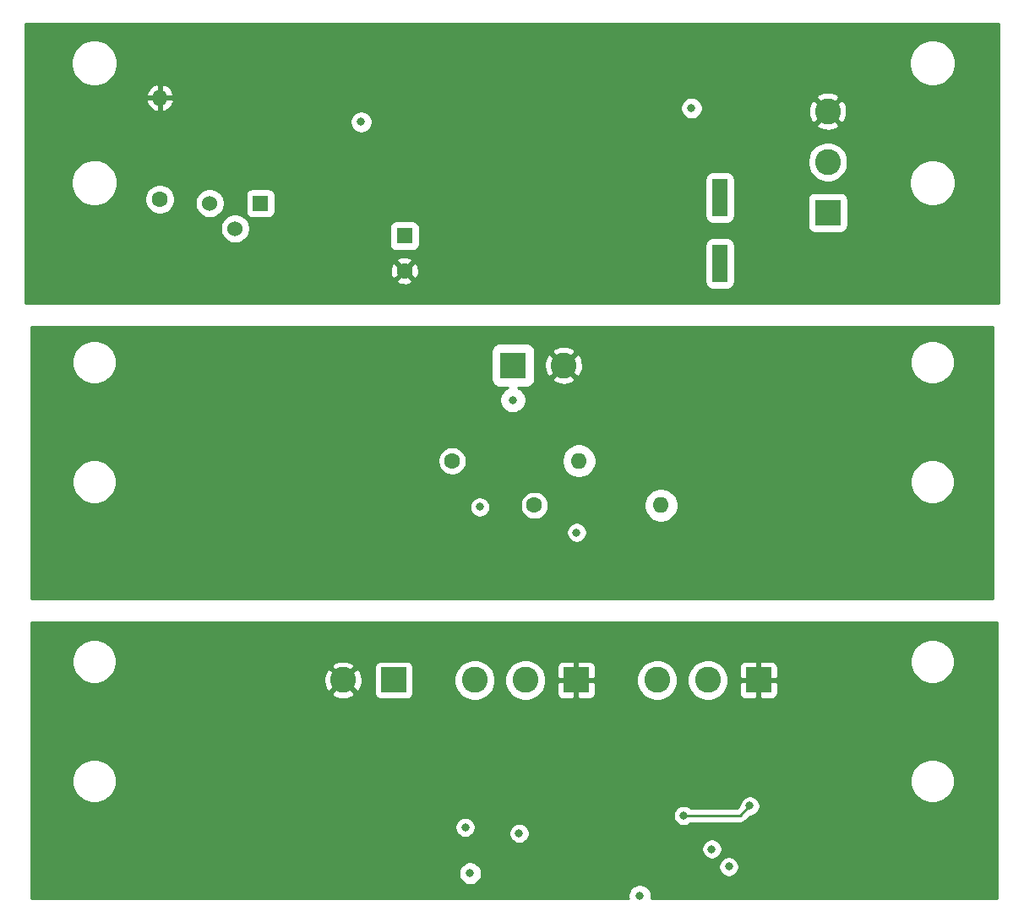
<source format=gbr>
G04 #@! TF.GenerationSoftware,KiCad,Pcbnew,(5.1.5)-3*
G04 #@! TF.CreationDate,2020-11-11T17:48:52-05:00*
G04 #@! TF.ProjectId,sensor_dmf_board,73656e73-6f72-45f6-946d-665f626f6172,rev?*
G04 #@! TF.SameCoordinates,Original*
G04 #@! TF.FileFunction,Copper,L3,Inr*
G04 #@! TF.FilePolarity,Positive*
%FSLAX46Y46*%
G04 Gerber Fmt 4.6, Leading zero omitted, Abs format (unit mm)*
G04 Created by KiCad (PCBNEW (5.1.5)-3) date 2020-11-11 17:48:52*
%MOMM*%
%LPD*%
G04 APERTURE LIST*
%ADD10O,1.600000X1.600000*%
%ADD11C,1.600000*%
%ADD12C,2.600000*%
%ADD13R,2.600000X2.600000*%
%ADD14R,1.524000X3.762000*%
%ADD15C,1.524000*%
%ADD16R,1.524000X1.524000*%
%ADD17R,1.600000X1.600000*%
%ADD18C,0.800000*%
%ADD19C,0.250000*%
%ADD20C,0.254000*%
G04 APERTURE END LIST*
D10*
X156580840Y-104894380D03*
D11*
X143880840Y-104894380D03*
D10*
X164807900Y-109357160D03*
D11*
X152107900Y-109357160D03*
D12*
X132938520Y-126880620D03*
D13*
X138018520Y-126880620D03*
D12*
X181493160Y-69840000D03*
X181493160Y-74920000D03*
D13*
X181493160Y-80000000D03*
D14*
X170693080Y-85102700D03*
X170693080Y-78498700D03*
D12*
X164401500Y-126880620D03*
X169481500Y-126880620D03*
D13*
X174561500Y-126880620D03*
D12*
X146130010Y-126880620D03*
X151210010Y-126880620D03*
D13*
X156290010Y-126880620D03*
D12*
X155036520Y-95313500D03*
D13*
X149956520Y-95313500D03*
D10*
X114571780Y-68498720D03*
D11*
X114571780Y-78658720D03*
D15*
X119573040Y-79054960D03*
X122113040Y-81594960D03*
D16*
X124653040Y-79054960D03*
D11*
X139087860Y-85829020D03*
D17*
X139087860Y-82329020D03*
D18*
X153423620Y-134048500D03*
X133771640Y-136631680D03*
X139438380Y-137843260D03*
X135077200Y-145760440D03*
X139578080Y-141526260D03*
X161785300Y-137261600D03*
X161297620Y-143123920D03*
X167566340Y-138694160D03*
X170025060Y-134226300D03*
X161518600Y-146593560D03*
X174871151Y-140201016D03*
X148493480Y-137439400D03*
X167076120Y-140467080D03*
X173690280Y-139491720D03*
X156333520Y-112083520D03*
X143951960Y-97424240D03*
X140967460Y-97449640D03*
X140190220Y-103405940D03*
X140190220Y-107304840D03*
X140088620Y-110637320D03*
X163982400Y-103713280D03*
X159931100Y-103713280D03*
X164063680Y-112892840D03*
X164063680Y-116989860D03*
X140131800Y-100281740D03*
X142788640Y-100230940D03*
X145420080Y-100256340D03*
X160042860Y-97424240D03*
X163433760Y-97373440D03*
X159893000Y-100383340D03*
X162979100Y-100332540D03*
X165788340Y-100256340D03*
X159842200Y-106380280D03*
X164015420Y-106507280D03*
X167457120Y-106354880D03*
X167647620Y-103581200D03*
X137337800Y-103395780D03*
X137337800Y-107378500D03*
X137213340Y-110802420D03*
X137213340Y-113540540D03*
X137149840Y-116964460D03*
X167383460Y-109573060D03*
X167330120Y-112996980D03*
X143309340Y-110690660D03*
X140180060Y-113586260D03*
X143390620Y-113629440D03*
X140202920Y-117073680D03*
X143537940Y-117094000D03*
X167330120Y-117180360D03*
X148727160Y-104983280D03*
X157276800Y-109413040D03*
X148165820Y-101765100D03*
X152458420Y-101765100D03*
X156720540Y-101765100D03*
X155031440Y-98595180D03*
X146638010Y-109518450D03*
X145669000Y-146258280D03*
X162674300Y-148539200D03*
X134744460Y-70904100D03*
X167853360Y-69522340D03*
X149941280Y-98783140D03*
X150573740Y-142245080D03*
X145181226Y-141646930D03*
X171597320Y-145580100D03*
X169887900Y-143830040D03*
D19*
X172714920Y-140467080D02*
X173690280Y-139491720D01*
X167076120Y-140467080D02*
X172714920Y-140467080D01*
D20*
G36*
X198048880Y-118745000D02*
G01*
X101719380Y-118745000D01*
X101719380Y-111981581D01*
X155298520Y-111981581D01*
X155298520Y-112185459D01*
X155338294Y-112385418D01*
X155416315Y-112573776D01*
X155529583Y-112743294D01*
X155673746Y-112887457D01*
X155843264Y-113000725D01*
X156031622Y-113078746D01*
X156231581Y-113118520D01*
X156435459Y-113118520D01*
X156635418Y-113078746D01*
X156823776Y-113000725D01*
X156993294Y-112887457D01*
X157137457Y-112743294D01*
X157250725Y-112573776D01*
X157328746Y-112385418D01*
X157368520Y-112185459D01*
X157368520Y-111981581D01*
X157328746Y-111781622D01*
X157250725Y-111593264D01*
X157137457Y-111423746D01*
X156993294Y-111279583D01*
X156823776Y-111166315D01*
X156635418Y-111088294D01*
X156435459Y-111048520D01*
X156231581Y-111048520D01*
X156031622Y-111088294D01*
X155843264Y-111166315D01*
X155673746Y-111279583D01*
X155529583Y-111423746D01*
X155416315Y-111593264D01*
X155338294Y-111781622D01*
X155298520Y-111981581D01*
X101719380Y-111981581D01*
X101719380Y-109416511D01*
X145603010Y-109416511D01*
X145603010Y-109620389D01*
X145642784Y-109820348D01*
X145720805Y-110008706D01*
X145834073Y-110178224D01*
X145978236Y-110322387D01*
X146147754Y-110435655D01*
X146336112Y-110513676D01*
X146536071Y-110553450D01*
X146739949Y-110553450D01*
X146939908Y-110513676D01*
X147128266Y-110435655D01*
X147297784Y-110322387D01*
X147441947Y-110178224D01*
X147555215Y-110008706D01*
X147633236Y-109820348D01*
X147673010Y-109620389D01*
X147673010Y-109416511D01*
X147633236Y-109216552D01*
X147632935Y-109215825D01*
X150672900Y-109215825D01*
X150672900Y-109498495D01*
X150728047Y-109775734D01*
X150836220Y-110036887D01*
X150993263Y-110271919D01*
X151193141Y-110471797D01*
X151428173Y-110628840D01*
X151689326Y-110737013D01*
X151966565Y-110792160D01*
X152249235Y-110792160D01*
X152526474Y-110737013D01*
X152787627Y-110628840D01*
X153022659Y-110471797D01*
X153222537Y-110271919D01*
X153379580Y-110036887D01*
X153487753Y-109775734D01*
X153542900Y-109498495D01*
X153542900Y-109215825D01*
X153537180Y-109187065D01*
X163080900Y-109187065D01*
X163080900Y-109527255D01*
X163147268Y-109860907D01*
X163277453Y-110175201D01*
X163466452Y-110458058D01*
X163707002Y-110698608D01*
X163989859Y-110887607D01*
X164304153Y-111017792D01*
X164637805Y-111084160D01*
X164977995Y-111084160D01*
X165311647Y-111017792D01*
X165625941Y-110887607D01*
X165908798Y-110698608D01*
X166149348Y-110458058D01*
X166338347Y-110175201D01*
X166468532Y-109860907D01*
X166534900Y-109527255D01*
X166534900Y-109187065D01*
X166468532Y-108853413D01*
X166338347Y-108539119D01*
X166149348Y-108256262D01*
X165908798Y-108015712D01*
X165625941Y-107826713D01*
X165311647Y-107696528D01*
X164977995Y-107630160D01*
X164637805Y-107630160D01*
X164304153Y-107696528D01*
X163989859Y-107826713D01*
X163707002Y-108015712D01*
X163466452Y-108256262D01*
X163277453Y-108539119D01*
X163147268Y-108853413D01*
X163080900Y-109187065D01*
X153537180Y-109187065D01*
X153487753Y-108938586D01*
X153379580Y-108677433D01*
X153222537Y-108442401D01*
X153022659Y-108242523D01*
X152787627Y-108085480D01*
X152526474Y-107977307D01*
X152249235Y-107922160D01*
X151966565Y-107922160D01*
X151689326Y-107977307D01*
X151428173Y-108085480D01*
X151193141Y-108242523D01*
X150993263Y-108442401D01*
X150836220Y-108677433D01*
X150728047Y-108938586D01*
X150672900Y-109215825D01*
X147632935Y-109215825D01*
X147555215Y-109028194D01*
X147441947Y-108858676D01*
X147297784Y-108714513D01*
X147128266Y-108601245D01*
X146939908Y-108523224D01*
X146739949Y-108483450D01*
X146536071Y-108483450D01*
X146336112Y-108523224D01*
X146147754Y-108601245D01*
X145978236Y-108714513D01*
X145834073Y-108858676D01*
X145720805Y-109028194D01*
X145642784Y-109216552D01*
X145603010Y-109416511D01*
X101719380Y-109416511D01*
X101719380Y-106779872D01*
X105765000Y-106779872D01*
X105765000Y-107220128D01*
X105850890Y-107651925D01*
X106019369Y-108058669D01*
X106263962Y-108424729D01*
X106575271Y-108736038D01*
X106941331Y-108980631D01*
X107348075Y-109149110D01*
X107779872Y-109235000D01*
X108220128Y-109235000D01*
X108651925Y-109149110D01*
X109058669Y-108980631D01*
X109424729Y-108736038D01*
X109736038Y-108424729D01*
X109980631Y-108058669D01*
X110149110Y-107651925D01*
X110235000Y-107220128D01*
X110235000Y-106779872D01*
X189765000Y-106779872D01*
X189765000Y-107220128D01*
X189850890Y-107651925D01*
X190019369Y-108058669D01*
X190263962Y-108424729D01*
X190575271Y-108736038D01*
X190941331Y-108980631D01*
X191348075Y-109149110D01*
X191779872Y-109235000D01*
X192220128Y-109235000D01*
X192651925Y-109149110D01*
X193058669Y-108980631D01*
X193424729Y-108736038D01*
X193736038Y-108424729D01*
X193980631Y-108058669D01*
X194149110Y-107651925D01*
X194235000Y-107220128D01*
X194235000Y-106779872D01*
X194149110Y-106348075D01*
X193980631Y-105941331D01*
X193736038Y-105575271D01*
X193424729Y-105263962D01*
X193058669Y-105019369D01*
X192651925Y-104850890D01*
X192220128Y-104765000D01*
X191779872Y-104765000D01*
X191348075Y-104850890D01*
X190941331Y-105019369D01*
X190575271Y-105263962D01*
X190263962Y-105575271D01*
X190019369Y-105941331D01*
X189850890Y-106348075D01*
X189765000Y-106779872D01*
X110235000Y-106779872D01*
X110149110Y-106348075D01*
X109980631Y-105941331D01*
X109736038Y-105575271D01*
X109424729Y-105263962D01*
X109058669Y-105019369D01*
X108651925Y-104850890D01*
X108220128Y-104765000D01*
X107779872Y-104765000D01*
X107348075Y-104850890D01*
X106941331Y-105019369D01*
X106575271Y-105263962D01*
X106263962Y-105575271D01*
X106019369Y-105941331D01*
X105850890Y-106348075D01*
X105765000Y-106779872D01*
X101719380Y-106779872D01*
X101719380Y-104753045D01*
X142445840Y-104753045D01*
X142445840Y-105035715D01*
X142500987Y-105312954D01*
X142609160Y-105574107D01*
X142766203Y-105809139D01*
X142966081Y-106009017D01*
X143201113Y-106166060D01*
X143462266Y-106274233D01*
X143739505Y-106329380D01*
X144022175Y-106329380D01*
X144299414Y-106274233D01*
X144560567Y-106166060D01*
X144795599Y-106009017D01*
X144995477Y-105809139D01*
X145152520Y-105574107D01*
X145260693Y-105312954D01*
X145315840Y-105035715D01*
X145315840Y-104753045D01*
X145310120Y-104724285D01*
X154853840Y-104724285D01*
X154853840Y-105064475D01*
X154920208Y-105398127D01*
X155050393Y-105712421D01*
X155239392Y-105995278D01*
X155479942Y-106235828D01*
X155762799Y-106424827D01*
X156077093Y-106555012D01*
X156410745Y-106621380D01*
X156750935Y-106621380D01*
X157084587Y-106555012D01*
X157398881Y-106424827D01*
X157681738Y-106235828D01*
X157922288Y-105995278D01*
X158111287Y-105712421D01*
X158241472Y-105398127D01*
X158307840Y-105064475D01*
X158307840Y-104724285D01*
X158241472Y-104390633D01*
X158111287Y-104076339D01*
X157922288Y-103793482D01*
X157681738Y-103552932D01*
X157398881Y-103363933D01*
X157084587Y-103233748D01*
X156750935Y-103167380D01*
X156410745Y-103167380D01*
X156077093Y-103233748D01*
X155762799Y-103363933D01*
X155479942Y-103552932D01*
X155239392Y-103793482D01*
X155050393Y-104076339D01*
X154920208Y-104390633D01*
X154853840Y-104724285D01*
X145310120Y-104724285D01*
X145260693Y-104475806D01*
X145152520Y-104214653D01*
X144995477Y-103979621D01*
X144795599Y-103779743D01*
X144560567Y-103622700D01*
X144299414Y-103514527D01*
X144022175Y-103459380D01*
X143739505Y-103459380D01*
X143462266Y-103514527D01*
X143201113Y-103622700D01*
X142966081Y-103779743D01*
X142766203Y-103979621D01*
X142609160Y-104214653D01*
X142500987Y-104475806D01*
X142445840Y-104753045D01*
X101719380Y-104753045D01*
X101719380Y-94779872D01*
X105765000Y-94779872D01*
X105765000Y-95220128D01*
X105850890Y-95651925D01*
X106019369Y-96058669D01*
X106263962Y-96424729D01*
X106575271Y-96736038D01*
X106941331Y-96980631D01*
X107348075Y-97149110D01*
X107779872Y-97235000D01*
X108220128Y-97235000D01*
X108651925Y-97149110D01*
X109058669Y-96980631D01*
X109424729Y-96736038D01*
X109736038Y-96424729D01*
X109980631Y-96058669D01*
X110149110Y-95651925D01*
X110235000Y-95220128D01*
X110235000Y-94779872D01*
X110149110Y-94348075D01*
X110010525Y-94013500D01*
X147725035Y-94013500D01*
X147725035Y-96613500D01*
X147742933Y-96795224D01*
X147795940Y-96969964D01*
X147882019Y-97131005D01*
X147997861Y-97272159D01*
X148139015Y-97388001D01*
X148300056Y-97474080D01*
X148474796Y-97527087D01*
X148656520Y-97544985D01*
X149462833Y-97544985D01*
X149312710Y-97607168D01*
X149095367Y-97752392D01*
X148910532Y-97937227D01*
X148765308Y-98154570D01*
X148665276Y-98396068D01*
X148614280Y-98652442D01*
X148614280Y-98913838D01*
X148665276Y-99170212D01*
X148765308Y-99411710D01*
X148910532Y-99629053D01*
X149095367Y-99813888D01*
X149312710Y-99959112D01*
X149554208Y-100059144D01*
X149810582Y-100110140D01*
X150071978Y-100110140D01*
X150328352Y-100059144D01*
X150569850Y-99959112D01*
X150787193Y-99813888D01*
X150972028Y-99629053D01*
X151117252Y-99411710D01*
X151217284Y-99170212D01*
X151268280Y-98913838D01*
X151268280Y-98652442D01*
X151217284Y-98396068D01*
X151117252Y-98154570D01*
X150972028Y-97937227D01*
X150787193Y-97752392D01*
X150569850Y-97607168D01*
X150419727Y-97544985D01*
X151256520Y-97544985D01*
X151438244Y-97527087D01*
X151612984Y-97474080D01*
X151774025Y-97388001D01*
X151915179Y-97272159D01*
X152031021Y-97131005D01*
X152117100Y-96969964D01*
X152170107Y-96795224D01*
X152183156Y-96662724D01*
X153866901Y-96662724D01*
X153998837Y-96957812D01*
X154339565Y-97128659D01*
X154707077Y-97229750D01*
X155087249Y-97257201D01*
X155465471Y-97209957D01*
X155827210Y-97089833D01*
X156074203Y-96957812D01*
X156206139Y-96662724D01*
X155036520Y-95493105D01*
X153866901Y-96662724D01*
X152183156Y-96662724D01*
X152188005Y-96613500D01*
X152188005Y-95364229D01*
X153092819Y-95364229D01*
X153140063Y-95742451D01*
X153260187Y-96104190D01*
X153392208Y-96351183D01*
X153687296Y-96483119D01*
X154856915Y-95313500D01*
X155216125Y-95313500D01*
X156385744Y-96483119D01*
X156680832Y-96351183D01*
X156851679Y-96010455D01*
X156952770Y-95642943D01*
X156980221Y-95262771D01*
X156932977Y-94884549D01*
X156898217Y-94779872D01*
X189765000Y-94779872D01*
X189765000Y-95220128D01*
X189850890Y-95651925D01*
X190019369Y-96058669D01*
X190263962Y-96424729D01*
X190575271Y-96736038D01*
X190941331Y-96980631D01*
X191348075Y-97149110D01*
X191779872Y-97235000D01*
X192220128Y-97235000D01*
X192651925Y-97149110D01*
X193058669Y-96980631D01*
X193424729Y-96736038D01*
X193736038Y-96424729D01*
X193980631Y-96058669D01*
X194149110Y-95651925D01*
X194235000Y-95220128D01*
X194235000Y-94779872D01*
X194149110Y-94348075D01*
X193980631Y-93941331D01*
X193736038Y-93575271D01*
X193424729Y-93263962D01*
X193058669Y-93019369D01*
X192651925Y-92850890D01*
X192220128Y-92765000D01*
X191779872Y-92765000D01*
X191348075Y-92850890D01*
X190941331Y-93019369D01*
X190575271Y-93263962D01*
X190263962Y-93575271D01*
X190019369Y-93941331D01*
X189850890Y-94348075D01*
X189765000Y-94779872D01*
X156898217Y-94779872D01*
X156812853Y-94522810D01*
X156680832Y-94275817D01*
X156385744Y-94143881D01*
X155216125Y-95313500D01*
X154856915Y-95313500D01*
X153687296Y-94143881D01*
X153392208Y-94275817D01*
X153221361Y-94616545D01*
X153120270Y-94984057D01*
X153092819Y-95364229D01*
X152188005Y-95364229D01*
X152188005Y-94013500D01*
X152183157Y-93964276D01*
X153866901Y-93964276D01*
X155036520Y-95133895D01*
X156206139Y-93964276D01*
X156074203Y-93669188D01*
X155733475Y-93498341D01*
X155365963Y-93397250D01*
X154985791Y-93369799D01*
X154607569Y-93417043D01*
X154245830Y-93537167D01*
X153998837Y-93669188D01*
X153866901Y-93964276D01*
X152183157Y-93964276D01*
X152170107Y-93831776D01*
X152117100Y-93657036D01*
X152031021Y-93495995D01*
X151915179Y-93354841D01*
X151774025Y-93238999D01*
X151612984Y-93152920D01*
X151438244Y-93099913D01*
X151256520Y-93082015D01*
X148656520Y-93082015D01*
X148474796Y-93099913D01*
X148300056Y-93152920D01*
X148139015Y-93238999D01*
X147997861Y-93354841D01*
X147882019Y-93495995D01*
X147795940Y-93657036D01*
X147742933Y-93831776D01*
X147725035Y-94013500D01*
X110010525Y-94013500D01*
X109980631Y-93941331D01*
X109736038Y-93575271D01*
X109424729Y-93263962D01*
X109058669Y-93019369D01*
X108651925Y-92850890D01*
X108220128Y-92765000D01*
X107779872Y-92765000D01*
X107348075Y-92850890D01*
X106941331Y-93019369D01*
X106575271Y-93263962D01*
X106263962Y-93575271D01*
X106019369Y-93941331D01*
X105850890Y-94348075D01*
X105765000Y-94779872D01*
X101719380Y-94779872D01*
X101719380Y-91432380D01*
X198048880Y-91432380D01*
X198048880Y-118745000D01*
G37*
X198048880Y-118745000D02*
X101719380Y-118745000D01*
X101719380Y-111981581D01*
X155298520Y-111981581D01*
X155298520Y-112185459D01*
X155338294Y-112385418D01*
X155416315Y-112573776D01*
X155529583Y-112743294D01*
X155673746Y-112887457D01*
X155843264Y-113000725D01*
X156031622Y-113078746D01*
X156231581Y-113118520D01*
X156435459Y-113118520D01*
X156635418Y-113078746D01*
X156823776Y-113000725D01*
X156993294Y-112887457D01*
X157137457Y-112743294D01*
X157250725Y-112573776D01*
X157328746Y-112385418D01*
X157368520Y-112185459D01*
X157368520Y-111981581D01*
X157328746Y-111781622D01*
X157250725Y-111593264D01*
X157137457Y-111423746D01*
X156993294Y-111279583D01*
X156823776Y-111166315D01*
X156635418Y-111088294D01*
X156435459Y-111048520D01*
X156231581Y-111048520D01*
X156031622Y-111088294D01*
X155843264Y-111166315D01*
X155673746Y-111279583D01*
X155529583Y-111423746D01*
X155416315Y-111593264D01*
X155338294Y-111781622D01*
X155298520Y-111981581D01*
X101719380Y-111981581D01*
X101719380Y-109416511D01*
X145603010Y-109416511D01*
X145603010Y-109620389D01*
X145642784Y-109820348D01*
X145720805Y-110008706D01*
X145834073Y-110178224D01*
X145978236Y-110322387D01*
X146147754Y-110435655D01*
X146336112Y-110513676D01*
X146536071Y-110553450D01*
X146739949Y-110553450D01*
X146939908Y-110513676D01*
X147128266Y-110435655D01*
X147297784Y-110322387D01*
X147441947Y-110178224D01*
X147555215Y-110008706D01*
X147633236Y-109820348D01*
X147673010Y-109620389D01*
X147673010Y-109416511D01*
X147633236Y-109216552D01*
X147632935Y-109215825D01*
X150672900Y-109215825D01*
X150672900Y-109498495D01*
X150728047Y-109775734D01*
X150836220Y-110036887D01*
X150993263Y-110271919D01*
X151193141Y-110471797D01*
X151428173Y-110628840D01*
X151689326Y-110737013D01*
X151966565Y-110792160D01*
X152249235Y-110792160D01*
X152526474Y-110737013D01*
X152787627Y-110628840D01*
X153022659Y-110471797D01*
X153222537Y-110271919D01*
X153379580Y-110036887D01*
X153487753Y-109775734D01*
X153542900Y-109498495D01*
X153542900Y-109215825D01*
X153537180Y-109187065D01*
X163080900Y-109187065D01*
X163080900Y-109527255D01*
X163147268Y-109860907D01*
X163277453Y-110175201D01*
X163466452Y-110458058D01*
X163707002Y-110698608D01*
X163989859Y-110887607D01*
X164304153Y-111017792D01*
X164637805Y-111084160D01*
X164977995Y-111084160D01*
X165311647Y-111017792D01*
X165625941Y-110887607D01*
X165908798Y-110698608D01*
X166149348Y-110458058D01*
X166338347Y-110175201D01*
X166468532Y-109860907D01*
X166534900Y-109527255D01*
X166534900Y-109187065D01*
X166468532Y-108853413D01*
X166338347Y-108539119D01*
X166149348Y-108256262D01*
X165908798Y-108015712D01*
X165625941Y-107826713D01*
X165311647Y-107696528D01*
X164977995Y-107630160D01*
X164637805Y-107630160D01*
X164304153Y-107696528D01*
X163989859Y-107826713D01*
X163707002Y-108015712D01*
X163466452Y-108256262D01*
X163277453Y-108539119D01*
X163147268Y-108853413D01*
X163080900Y-109187065D01*
X153537180Y-109187065D01*
X153487753Y-108938586D01*
X153379580Y-108677433D01*
X153222537Y-108442401D01*
X153022659Y-108242523D01*
X152787627Y-108085480D01*
X152526474Y-107977307D01*
X152249235Y-107922160D01*
X151966565Y-107922160D01*
X151689326Y-107977307D01*
X151428173Y-108085480D01*
X151193141Y-108242523D01*
X150993263Y-108442401D01*
X150836220Y-108677433D01*
X150728047Y-108938586D01*
X150672900Y-109215825D01*
X147632935Y-109215825D01*
X147555215Y-109028194D01*
X147441947Y-108858676D01*
X147297784Y-108714513D01*
X147128266Y-108601245D01*
X146939908Y-108523224D01*
X146739949Y-108483450D01*
X146536071Y-108483450D01*
X146336112Y-108523224D01*
X146147754Y-108601245D01*
X145978236Y-108714513D01*
X145834073Y-108858676D01*
X145720805Y-109028194D01*
X145642784Y-109216552D01*
X145603010Y-109416511D01*
X101719380Y-109416511D01*
X101719380Y-106779872D01*
X105765000Y-106779872D01*
X105765000Y-107220128D01*
X105850890Y-107651925D01*
X106019369Y-108058669D01*
X106263962Y-108424729D01*
X106575271Y-108736038D01*
X106941331Y-108980631D01*
X107348075Y-109149110D01*
X107779872Y-109235000D01*
X108220128Y-109235000D01*
X108651925Y-109149110D01*
X109058669Y-108980631D01*
X109424729Y-108736038D01*
X109736038Y-108424729D01*
X109980631Y-108058669D01*
X110149110Y-107651925D01*
X110235000Y-107220128D01*
X110235000Y-106779872D01*
X189765000Y-106779872D01*
X189765000Y-107220128D01*
X189850890Y-107651925D01*
X190019369Y-108058669D01*
X190263962Y-108424729D01*
X190575271Y-108736038D01*
X190941331Y-108980631D01*
X191348075Y-109149110D01*
X191779872Y-109235000D01*
X192220128Y-109235000D01*
X192651925Y-109149110D01*
X193058669Y-108980631D01*
X193424729Y-108736038D01*
X193736038Y-108424729D01*
X193980631Y-108058669D01*
X194149110Y-107651925D01*
X194235000Y-107220128D01*
X194235000Y-106779872D01*
X194149110Y-106348075D01*
X193980631Y-105941331D01*
X193736038Y-105575271D01*
X193424729Y-105263962D01*
X193058669Y-105019369D01*
X192651925Y-104850890D01*
X192220128Y-104765000D01*
X191779872Y-104765000D01*
X191348075Y-104850890D01*
X190941331Y-105019369D01*
X190575271Y-105263962D01*
X190263962Y-105575271D01*
X190019369Y-105941331D01*
X189850890Y-106348075D01*
X189765000Y-106779872D01*
X110235000Y-106779872D01*
X110149110Y-106348075D01*
X109980631Y-105941331D01*
X109736038Y-105575271D01*
X109424729Y-105263962D01*
X109058669Y-105019369D01*
X108651925Y-104850890D01*
X108220128Y-104765000D01*
X107779872Y-104765000D01*
X107348075Y-104850890D01*
X106941331Y-105019369D01*
X106575271Y-105263962D01*
X106263962Y-105575271D01*
X106019369Y-105941331D01*
X105850890Y-106348075D01*
X105765000Y-106779872D01*
X101719380Y-106779872D01*
X101719380Y-104753045D01*
X142445840Y-104753045D01*
X142445840Y-105035715D01*
X142500987Y-105312954D01*
X142609160Y-105574107D01*
X142766203Y-105809139D01*
X142966081Y-106009017D01*
X143201113Y-106166060D01*
X143462266Y-106274233D01*
X143739505Y-106329380D01*
X144022175Y-106329380D01*
X144299414Y-106274233D01*
X144560567Y-106166060D01*
X144795599Y-106009017D01*
X144995477Y-105809139D01*
X145152520Y-105574107D01*
X145260693Y-105312954D01*
X145315840Y-105035715D01*
X145315840Y-104753045D01*
X145310120Y-104724285D01*
X154853840Y-104724285D01*
X154853840Y-105064475D01*
X154920208Y-105398127D01*
X155050393Y-105712421D01*
X155239392Y-105995278D01*
X155479942Y-106235828D01*
X155762799Y-106424827D01*
X156077093Y-106555012D01*
X156410745Y-106621380D01*
X156750935Y-106621380D01*
X157084587Y-106555012D01*
X157398881Y-106424827D01*
X157681738Y-106235828D01*
X157922288Y-105995278D01*
X158111287Y-105712421D01*
X158241472Y-105398127D01*
X158307840Y-105064475D01*
X158307840Y-104724285D01*
X158241472Y-104390633D01*
X158111287Y-104076339D01*
X157922288Y-103793482D01*
X157681738Y-103552932D01*
X157398881Y-103363933D01*
X157084587Y-103233748D01*
X156750935Y-103167380D01*
X156410745Y-103167380D01*
X156077093Y-103233748D01*
X155762799Y-103363933D01*
X155479942Y-103552932D01*
X155239392Y-103793482D01*
X155050393Y-104076339D01*
X154920208Y-104390633D01*
X154853840Y-104724285D01*
X145310120Y-104724285D01*
X145260693Y-104475806D01*
X145152520Y-104214653D01*
X144995477Y-103979621D01*
X144795599Y-103779743D01*
X144560567Y-103622700D01*
X144299414Y-103514527D01*
X144022175Y-103459380D01*
X143739505Y-103459380D01*
X143462266Y-103514527D01*
X143201113Y-103622700D01*
X142966081Y-103779743D01*
X142766203Y-103979621D01*
X142609160Y-104214653D01*
X142500987Y-104475806D01*
X142445840Y-104753045D01*
X101719380Y-104753045D01*
X101719380Y-94779872D01*
X105765000Y-94779872D01*
X105765000Y-95220128D01*
X105850890Y-95651925D01*
X106019369Y-96058669D01*
X106263962Y-96424729D01*
X106575271Y-96736038D01*
X106941331Y-96980631D01*
X107348075Y-97149110D01*
X107779872Y-97235000D01*
X108220128Y-97235000D01*
X108651925Y-97149110D01*
X109058669Y-96980631D01*
X109424729Y-96736038D01*
X109736038Y-96424729D01*
X109980631Y-96058669D01*
X110149110Y-95651925D01*
X110235000Y-95220128D01*
X110235000Y-94779872D01*
X110149110Y-94348075D01*
X110010525Y-94013500D01*
X147725035Y-94013500D01*
X147725035Y-96613500D01*
X147742933Y-96795224D01*
X147795940Y-96969964D01*
X147882019Y-97131005D01*
X147997861Y-97272159D01*
X148139015Y-97388001D01*
X148300056Y-97474080D01*
X148474796Y-97527087D01*
X148656520Y-97544985D01*
X149462833Y-97544985D01*
X149312710Y-97607168D01*
X149095367Y-97752392D01*
X148910532Y-97937227D01*
X148765308Y-98154570D01*
X148665276Y-98396068D01*
X148614280Y-98652442D01*
X148614280Y-98913838D01*
X148665276Y-99170212D01*
X148765308Y-99411710D01*
X148910532Y-99629053D01*
X149095367Y-99813888D01*
X149312710Y-99959112D01*
X149554208Y-100059144D01*
X149810582Y-100110140D01*
X150071978Y-100110140D01*
X150328352Y-100059144D01*
X150569850Y-99959112D01*
X150787193Y-99813888D01*
X150972028Y-99629053D01*
X151117252Y-99411710D01*
X151217284Y-99170212D01*
X151268280Y-98913838D01*
X151268280Y-98652442D01*
X151217284Y-98396068D01*
X151117252Y-98154570D01*
X150972028Y-97937227D01*
X150787193Y-97752392D01*
X150569850Y-97607168D01*
X150419727Y-97544985D01*
X151256520Y-97544985D01*
X151438244Y-97527087D01*
X151612984Y-97474080D01*
X151774025Y-97388001D01*
X151915179Y-97272159D01*
X152031021Y-97131005D01*
X152117100Y-96969964D01*
X152170107Y-96795224D01*
X152183156Y-96662724D01*
X153866901Y-96662724D01*
X153998837Y-96957812D01*
X154339565Y-97128659D01*
X154707077Y-97229750D01*
X155087249Y-97257201D01*
X155465471Y-97209957D01*
X155827210Y-97089833D01*
X156074203Y-96957812D01*
X156206139Y-96662724D01*
X155036520Y-95493105D01*
X153866901Y-96662724D01*
X152183156Y-96662724D01*
X152188005Y-96613500D01*
X152188005Y-95364229D01*
X153092819Y-95364229D01*
X153140063Y-95742451D01*
X153260187Y-96104190D01*
X153392208Y-96351183D01*
X153687296Y-96483119D01*
X154856915Y-95313500D01*
X155216125Y-95313500D01*
X156385744Y-96483119D01*
X156680832Y-96351183D01*
X156851679Y-96010455D01*
X156952770Y-95642943D01*
X156980221Y-95262771D01*
X156932977Y-94884549D01*
X156898217Y-94779872D01*
X189765000Y-94779872D01*
X189765000Y-95220128D01*
X189850890Y-95651925D01*
X190019369Y-96058669D01*
X190263962Y-96424729D01*
X190575271Y-96736038D01*
X190941331Y-96980631D01*
X191348075Y-97149110D01*
X191779872Y-97235000D01*
X192220128Y-97235000D01*
X192651925Y-97149110D01*
X193058669Y-96980631D01*
X193424729Y-96736038D01*
X193736038Y-96424729D01*
X193980631Y-96058669D01*
X194149110Y-95651925D01*
X194235000Y-95220128D01*
X194235000Y-94779872D01*
X194149110Y-94348075D01*
X193980631Y-93941331D01*
X193736038Y-93575271D01*
X193424729Y-93263962D01*
X193058669Y-93019369D01*
X192651925Y-92850890D01*
X192220128Y-92765000D01*
X191779872Y-92765000D01*
X191348075Y-92850890D01*
X190941331Y-93019369D01*
X190575271Y-93263962D01*
X190263962Y-93575271D01*
X190019369Y-93941331D01*
X189850890Y-94348075D01*
X189765000Y-94779872D01*
X156898217Y-94779872D01*
X156812853Y-94522810D01*
X156680832Y-94275817D01*
X156385744Y-94143881D01*
X155216125Y-95313500D01*
X154856915Y-95313500D01*
X153687296Y-94143881D01*
X153392208Y-94275817D01*
X153221361Y-94616545D01*
X153120270Y-94984057D01*
X153092819Y-95364229D01*
X152188005Y-95364229D01*
X152188005Y-94013500D01*
X152183157Y-93964276D01*
X153866901Y-93964276D01*
X155036520Y-95133895D01*
X156206139Y-93964276D01*
X156074203Y-93669188D01*
X155733475Y-93498341D01*
X155365963Y-93397250D01*
X154985791Y-93369799D01*
X154607569Y-93417043D01*
X154245830Y-93537167D01*
X153998837Y-93669188D01*
X153866901Y-93964276D01*
X152183157Y-93964276D01*
X152170107Y-93831776D01*
X152117100Y-93657036D01*
X152031021Y-93495995D01*
X151915179Y-93354841D01*
X151774025Y-93238999D01*
X151612984Y-93152920D01*
X151438244Y-93099913D01*
X151256520Y-93082015D01*
X148656520Y-93082015D01*
X148474796Y-93099913D01*
X148300056Y-93152920D01*
X148139015Y-93238999D01*
X147997861Y-93354841D01*
X147882019Y-93495995D01*
X147795940Y-93657036D01*
X147742933Y-93831776D01*
X147725035Y-94013500D01*
X110010525Y-94013500D01*
X109980631Y-93941331D01*
X109736038Y-93575271D01*
X109424729Y-93263962D01*
X109058669Y-93019369D01*
X108651925Y-92850890D01*
X108220128Y-92765000D01*
X107779872Y-92765000D01*
X107348075Y-92850890D01*
X106941331Y-93019369D01*
X106575271Y-93263962D01*
X106263962Y-93575271D01*
X106019369Y-93941331D01*
X105850890Y-94348075D01*
X105765000Y-94779872D01*
X101719380Y-94779872D01*
X101719380Y-91432380D01*
X198048880Y-91432380D01*
X198048880Y-118745000D01*
G36*
X198600060Y-89080340D02*
G01*
X101130100Y-89080340D01*
X101130100Y-86821722D01*
X138274763Y-86821722D01*
X138346346Y-87065691D01*
X138601856Y-87186591D01*
X138876044Y-87255320D01*
X139158372Y-87269237D01*
X139437990Y-87227807D01*
X139704152Y-87132623D01*
X139829374Y-87065691D01*
X139900957Y-86821722D01*
X139087860Y-86008625D01*
X138274763Y-86821722D01*
X101130100Y-86821722D01*
X101130100Y-85899532D01*
X137647643Y-85899532D01*
X137689073Y-86179150D01*
X137784257Y-86445312D01*
X137851189Y-86570534D01*
X138095158Y-86642117D01*
X138908255Y-85829020D01*
X139267465Y-85829020D01*
X140080562Y-86642117D01*
X140324531Y-86570534D01*
X140445431Y-86315024D01*
X140514160Y-86040836D01*
X140528077Y-85758508D01*
X140486647Y-85478890D01*
X140391463Y-85212728D01*
X140324531Y-85087506D01*
X140080562Y-85015923D01*
X139267465Y-85829020D01*
X138908255Y-85829020D01*
X138095158Y-85015923D01*
X137851189Y-85087506D01*
X137730289Y-85343016D01*
X137661560Y-85617204D01*
X137647643Y-85899532D01*
X101130100Y-85899532D01*
X101130100Y-84836318D01*
X138274763Y-84836318D01*
X139087860Y-85649415D01*
X139900957Y-84836318D01*
X139829374Y-84592349D01*
X139573864Y-84471449D01*
X139299676Y-84402720D01*
X139017348Y-84388803D01*
X138737730Y-84430233D01*
X138471568Y-84525417D01*
X138346346Y-84592349D01*
X138274763Y-84836318D01*
X101130100Y-84836318D01*
X101130100Y-81448306D01*
X120624040Y-81448306D01*
X120624040Y-81741614D01*
X120681261Y-82029285D01*
X120793505Y-82300266D01*
X120956458Y-82544142D01*
X121163858Y-82751542D01*
X121407734Y-82914495D01*
X121678715Y-83026739D01*
X121966386Y-83083960D01*
X122259694Y-83083960D01*
X122547365Y-83026739D01*
X122818346Y-82914495D01*
X123062222Y-82751542D01*
X123269622Y-82544142D01*
X123432575Y-82300266D01*
X123544819Y-82029285D01*
X123602040Y-81741614D01*
X123602040Y-81529020D01*
X137557343Y-81529020D01*
X137557343Y-83129020D01*
X137571380Y-83271537D01*
X137612950Y-83408577D01*
X137680457Y-83534873D01*
X137771306Y-83645574D01*
X137882007Y-83736423D01*
X138008303Y-83803930D01*
X138145343Y-83845500D01*
X138287860Y-83859537D01*
X139887860Y-83859537D01*
X140030377Y-83845500D01*
X140167417Y-83803930D01*
X140293713Y-83736423D01*
X140404414Y-83645574D01*
X140495263Y-83534873D01*
X140562770Y-83408577D01*
X140604340Y-83271537D01*
X140609248Y-83221700D01*
X169200563Y-83221700D01*
X169200563Y-86983700D01*
X169214600Y-87126217D01*
X169256170Y-87263257D01*
X169323677Y-87389553D01*
X169414526Y-87500254D01*
X169525227Y-87591103D01*
X169651523Y-87658610D01*
X169788563Y-87700180D01*
X169931080Y-87714217D01*
X171455080Y-87714217D01*
X171597597Y-87700180D01*
X171734637Y-87658610D01*
X171860933Y-87591103D01*
X171971634Y-87500254D01*
X172062483Y-87389553D01*
X172129990Y-87263257D01*
X172171560Y-87126217D01*
X172185597Y-86983700D01*
X172185597Y-83221700D01*
X172171560Y-83079183D01*
X172129990Y-82942143D01*
X172062483Y-82815847D01*
X171971634Y-82705146D01*
X171860933Y-82614297D01*
X171734637Y-82546790D01*
X171597597Y-82505220D01*
X171455080Y-82491183D01*
X169931080Y-82491183D01*
X169788563Y-82505220D01*
X169651523Y-82546790D01*
X169525227Y-82614297D01*
X169414526Y-82705146D01*
X169323677Y-82815847D01*
X169256170Y-82942143D01*
X169214600Y-83079183D01*
X169200563Y-83221700D01*
X140609248Y-83221700D01*
X140618377Y-83129020D01*
X140618377Y-81529020D01*
X140604340Y-81386503D01*
X140562770Y-81249463D01*
X140495263Y-81123167D01*
X140404414Y-81012466D01*
X140293713Y-80921617D01*
X140167417Y-80854110D01*
X140030377Y-80812540D01*
X139887860Y-80798503D01*
X138287860Y-80798503D01*
X138145343Y-80812540D01*
X138008303Y-80854110D01*
X137882007Y-80921617D01*
X137771306Y-81012466D01*
X137680457Y-81123167D01*
X137612950Y-81249463D01*
X137571380Y-81386503D01*
X137557343Y-81529020D01*
X123602040Y-81529020D01*
X123602040Y-81448306D01*
X123544819Y-81160635D01*
X123432575Y-80889654D01*
X123269622Y-80645778D01*
X123062222Y-80438378D01*
X122818346Y-80275425D01*
X122547365Y-80163181D01*
X122259694Y-80105960D01*
X121966386Y-80105960D01*
X121678715Y-80163181D01*
X121407734Y-80275425D01*
X121163858Y-80438378D01*
X120956458Y-80645778D01*
X120793505Y-80889654D01*
X120681261Y-81160635D01*
X120624040Y-81448306D01*
X101130100Y-81448306D01*
X101130100Y-76770811D01*
X105673000Y-76770811D01*
X105673000Y-77229189D01*
X105762426Y-77678761D01*
X105937840Y-78102248D01*
X106192501Y-78483376D01*
X106516624Y-78807499D01*
X106897752Y-79062160D01*
X107321239Y-79237574D01*
X107770811Y-79327000D01*
X108229189Y-79327000D01*
X108678761Y-79237574D01*
X109102248Y-79062160D01*
X109483376Y-78807499D01*
X109782551Y-78508324D01*
X113044780Y-78508324D01*
X113044780Y-78809116D01*
X113103461Y-79104130D01*
X113218570Y-79382026D01*
X113385681Y-79632126D01*
X113598374Y-79844819D01*
X113848474Y-80011930D01*
X114126370Y-80127039D01*
X114421384Y-80185720D01*
X114722176Y-80185720D01*
X115017190Y-80127039D01*
X115295086Y-80011930D01*
X115545186Y-79844819D01*
X115757879Y-79632126D01*
X115924990Y-79382026D01*
X116040099Y-79104130D01*
X116079050Y-78908306D01*
X118084040Y-78908306D01*
X118084040Y-79201614D01*
X118141261Y-79489285D01*
X118253505Y-79760266D01*
X118416458Y-80004142D01*
X118623858Y-80211542D01*
X118867734Y-80374495D01*
X119138715Y-80486739D01*
X119426386Y-80543960D01*
X119719694Y-80543960D01*
X120007365Y-80486739D01*
X120278346Y-80374495D01*
X120522222Y-80211542D01*
X120729622Y-80004142D01*
X120892575Y-79760266D01*
X121004819Y-79489285D01*
X121062040Y-79201614D01*
X121062040Y-78908306D01*
X121004819Y-78620635D01*
X120892575Y-78349654D01*
X120854694Y-78292960D01*
X123160523Y-78292960D01*
X123160523Y-79816960D01*
X123174560Y-79959477D01*
X123216130Y-80096517D01*
X123283637Y-80222813D01*
X123374486Y-80333514D01*
X123485187Y-80424363D01*
X123611483Y-80491870D01*
X123748523Y-80533440D01*
X123891040Y-80547477D01*
X125415040Y-80547477D01*
X125557557Y-80533440D01*
X125694597Y-80491870D01*
X125820893Y-80424363D01*
X125931594Y-80333514D01*
X126022443Y-80222813D01*
X126089950Y-80096517D01*
X126131520Y-79959477D01*
X126145557Y-79816960D01*
X126145557Y-78292960D01*
X126131520Y-78150443D01*
X126089950Y-78013403D01*
X126022443Y-77887107D01*
X125931594Y-77776406D01*
X125820893Y-77685557D01*
X125694597Y-77618050D01*
X125557557Y-77576480D01*
X125415040Y-77562443D01*
X123891040Y-77562443D01*
X123748523Y-77576480D01*
X123611483Y-77618050D01*
X123485187Y-77685557D01*
X123374486Y-77776406D01*
X123283637Y-77887107D01*
X123216130Y-78013403D01*
X123174560Y-78150443D01*
X123160523Y-78292960D01*
X120854694Y-78292960D01*
X120729622Y-78105778D01*
X120522222Y-77898378D01*
X120278346Y-77735425D01*
X120007365Y-77623181D01*
X119719694Y-77565960D01*
X119426386Y-77565960D01*
X119138715Y-77623181D01*
X118867734Y-77735425D01*
X118623858Y-77898378D01*
X118416458Y-78105778D01*
X118253505Y-78349654D01*
X118141261Y-78620635D01*
X118084040Y-78908306D01*
X116079050Y-78908306D01*
X116098780Y-78809116D01*
X116098780Y-78508324D01*
X116040099Y-78213310D01*
X115924990Y-77935414D01*
X115757879Y-77685314D01*
X115545186Y-77472621D01*
X115295086Y-77305510D01*
X115017190Y-77190401D01*
X114722176Y-77131720D01*
X114421384Y-77131720D01*
X114126370Y-77190401D01*
X113848474Y-77305510D01*
X113598374Y-77472621D01*
X113385681Y-77685314D01*
X113218570Y-77935414D01*
X113103461Y-78213310D01*
X113044780Y-78508324D01*
X109782551Y-78508324D01*
X109807499Y-78483376D01*
X110062160Y-78102248D01*
X110237574Y-77678761D01*
X110327000Y-77229189D01*
X110327000Y-76770811D01*
X110296545Y-76617700D01*
X169200563Y-76617700D01*
X169200563Y-80379700D01*
X169214600Y-80522217D01*
X169256170Y-80659257D01*
X169323677Y-80785553D01*
X169414526Y-80896254D01*
X169525227Y-80987103D01*
X169651523Y-81054610D01*
X169788563Y-81096180D01*
X169931080Y-81110217D01*
X171455080Y-81110217D01*
X171597597Y-81096180D01*
X171734637Y-81054610D01*
X171860933Y-80987103D01*
X171971634Y-80896254D01*
X172062483Y-80785553D01*
X172129990Y-80659257D01*
X172171560Y-80522217D01*
X172185597Y-80379700D01*
X172185597Y-78700000D01*
X179462643Y-78700000D01*
X179462643Y-81300000D01*
X179476680Y-81442517D01*
X179518250Y-81579557D01*
X179585757Y-81705853D01*
X179676606Y-81816554D01*
X179787307Y-81907403D01*
X179913603Y-81974910D01*
X180050643Y-82016480D01*
X180193160Y-82030517D01*
X182793160Y-82030517D01*
X182935677Y-82016480D01*
X183072717Y-81974910D01*
X183199013Y-81907403D01*
X183309714Y-81816554D01*
X183400563Y-81705853D01*
X183468070Y-81579557D01*
X183509640Y-81442517D01*
X183523677Y-81300000D01*
X183523677Y-78700000D01*
X183509640Y-78557483D01*
X183468070Y-78420443D01*
X183400563Y-78294147D01*
X183309714Y-78183446D01*
X183199013Y-78092597D01*
X183072717Y-78025090D01*
X182935677Y-77983520D01*
X182793160Y-77969483D01*
X180193160Y-77969483D01*
X180050643Y-77983520D01*
X179913603Y-78025090D01*
X179787307Y-78092597D01*
X179676606Y-78183446D01*
X179585757Y-78294147D01*
X179518250Y-78420443D01*
X179476680Y-78557483D01*
X179462643Y-78700000D01*
X172185597Y-78700000D01*
X172185597Y-76617700D01*
X172171560Y-76475183D01*
X172129990Y-76338143D01*
X172062483Y-76211847D01*
X171971634Y-76101146D01*
X171860933Y-76010297D01*
X171734637Y-75942790D01*
X171597597Y-75901220D01*
X171455080Y-75887183D01*
X169931080Y-75887183D01*
X169788563Y-75901220D01*
X169651523Y-75942790D01*
X169525227Y-76010297D01*
X169414526Y-76101146D01*
X169323677Y-76211847D01*
X169256170Y-76338143D01*
X169214600Y-76475183D01*
X169200563Y-76617700D01*
X110296545Y-76617700D01*
X110237574Y-76321239D01*
X110062160Y-75897752D01*
X109807499Y-75516624D01*
X109483376Y-75192501D01*
X109102248Y-74937840D01*
X108678761Y-74762426D01*
X108467273Y-74720358D01*
X179466160Y-74720358D01*
X179466160Y-75119642D01*
X179544056Y-75511254D01*
X179696856Y-75880145D01*
X179918686Y-76212137D01*
X180201023Y-76494474D01*
X180533015Y-76716304D01*
X180901906Y-76869104D01*
X181293518Y-76947000D01*
X181692802Y-76947000D01*
X182084414Y-76869104D01*
X182321713Y-76770811D01*
X189673000Y-76770811D01*
X189673000Y-77229189D01*
X189762426Y-77678761D01*
X189937840Y-78102248D01*
X190192501Y-78483376D01*
X190516624Y-78807499D01*
X190897752Y-79062160D01*
X191321239Y-79237574D01*
X191770811Y-79327000D01*
X192229189Y-79327000D01*
X192678761Y-79237574D01*
X193102248Y-79062160D01*
X193483376Y-78807499D01*
X193807499Y-78483376D01*
X194062160Y-78102248D01*
X194237574Y-77678761D01*
X194327000Y-77229189D01*
X194327000Y-76770811D01*
X194237574Y-76321239D01*
X194062160Y-75897752D01*
X193807499Y-75516624D01*
X193483376Y-75192501D01*
X193102248Y-74937840D01*
X192678761Y-74762426D01*
X192229189Y-74673000D01*
X191770811Y-74673000D01*
X191321239Y-74762426D01*
X190897752Y-74937840D01*
X190516624Y-75192501D01*
X190192501Y-75516624D01*
X189937840Y-75897752D01*
X189762426Y-76321239D01*
X189673000Y-76770811D01*
X182321713Y-76770811D01*
X182453305Y-76716304D01*
X182785297Y-76494474D01*
X183067634Y-76212137D01*
X183289464Y-75880145D01*
X183442264Y-75511254D01*
X183520160Y-75119642D01*
X183520160Y-74720358D01*
X183442264Y-74328746D01*
X183289464Y-73959855D01*
X183067634Y-73627863D01*
X182785297Y-73345526D01*
X182453305Y-73123696D01*
X182084414Y-72970896D01*
X181692802Y-72893000D01*
X181293518Y-72893000D01*
X180901906Y-72970896D01*
X180533015Y-73123696D01*
X180201023Y-73345526D01*
X179918686Y-73627863D01*
X179696856Y-73959855D01*
X179544056Y-74328746D01*
X179466160Y-74720358D01*
X108467273Y-74720358D01*
X108229189Y-74673000D01*
X107770811Y-74673000D01*
X107321239Y-74762426D01*
X106897752Y-74937840D01*
X106516624Y-75192501D01*
X106192501Y-75516624D01*
X105937840Y-75897752D01*
X105762426Y-76321239D01*
X105673000Y-76770811D01*
X101130100Y-76770811D01*
X101130100Y-70793100D01*
X133617460Y-70793100D01*
X133617460Y-71015100D01*
X133660770Y-71232834D01*
X133745726Y-71437935D01*
X133869062Y-71622521D01*
X134026039Y-71779498D01*
X134210625Y-71902834D01*
X134415726Y-71987790D01*
X134633460Y-72031100D01*
X134855460Y-72031100D01*
X135073194Y-71987790D01*
X135278295Y-71902834D01*
X135462881Y-71779498D01*
X135619858Y-71622521D01*
X135743194Y-71437935D01*
X135828150Y-71232834D01*
X135836824Y-71189224D01*
X180323541Y-71189224D01*
X180455477Y-71484312D01*
X180796205Y-71655159D01*
X181163717Y-71756250D01*
X181543889Y-71783701D01*
X181922111Y-71736457D01*
X182283850Y-71616333D01*
X182530843Y-71484312D01*
X182662779Y-71189224D01*
X181493160Y-70019605D01*
X180323541Y-71189224D01*
X135836824Y-71189224D01*
X135871460Y-71015100D01*
X135871460Y-70793100D01*
X135828150Y-70575366D01*
X135743194Y-70370265D01*
X135619858Y-70185679D01*
X135462881Y-70028702D01*
X135278295Y-69905366D01*
X135073194Y-69820410D01*
X134855460Y-69777100D01*
X134633460Y-69777100D01*
X134415726Y-69820410D01*
X134210625Y-69905366D01*
X134026039Y-70028702D01*
X133869062Y-70185679D01*
X133745726Y-70370265D01*
X133660770Y-70575366D01*
X133617460Y-70793100D01*
X101130100Y-70793100D01*
X101130100Y-68847760D01*
X113179871Y-68847760D01*
X113274710Y-69112601D01*
X113419395Y-69353851D01*
X113608366Y-69562239D01*
X113834360Y-69729757D01*
X114088693Y-69849966D01*
X114222741Y-69890624D01*
X114444780Y-69768635D01*
X114444780Y-68625720D01*
X114698780Y-68625720D01*
X114698780Y-69768635D01*
X114920819Y-69890624D01*
X115054867Y-69849966D01*
X115309200Y-69729757D01*
X115535194Y-69562239D01*
X115672032Y-69411340D01*
X166726360Y-69411340D01*
X166726360Y-69633340D01*
X166769670Y-69851074D01*
X166854626Y-70056175D01*
X166977962Y-70240761D01*
X167134939Y-70397738D01*
X167319525Y-70521074D01*
X167524626Y-70606030D01*
X167742360Y-70649340D01*
X167964360Y-70649340D01*
X168182094Y-70606030D01*
X168387195Y-70521074D01*
X168571781Y-70397738D01*
X168728758Y-70240761D01*
X168852094Y-70056175D01*
X168920624Y-69890729D01*
X179549459Y-69890729D01*
X179596703Y-70268951D01*
X179716827Y-70630690D01*
X179848848Y-70877683D01*
X180143936Y-71009619D01*
X181313555Y-69840000D01*
X181672765Y-69840000D01*
X182842384Y-71009619D01*
X183137472Y-70877683D01*
X183308319Y-70536955D01*
X183409410Y-70169443D01*
X183436861Y-69789271D01*
X183389617Y-69411049D01*
X183269493Y-69049310D01*
X183137472Y-68802317D01*
X182842384Y-68670381D01*
X181672765Y-69840000D01*
X181313555Y-69840000D01*
X180143936Y-68670381D01*
X179848848Y-68802317D01*
X179678001Y-69143045D01*
X179576910Y-69510557D01*
X179549459Y-69890729D01*
X168920624Y-69890729D01*
X168937050Y-69851074D01*
X168980360Y-69633340D01*
X168980360Y-69411340D01*
X168937050Y-69193606D01*
X168852094Y-68988505D01*
X168728758Y-68803919D01*
X168571781Y-68646942D01*
X168387195Y-68523606D01*
X168307937Y-68490776D01*
X180323541Y-68490776D01*
X181493160Y-69660395D01*
X182662779Y-68490776D01*
X182530843Y-68195688D01*
X182190115Y-68024841D01*
X181822603Y-67923750D01*
X181442431Y-67896299D01*
X181064209Y-67943543D01*
X180702470Y-68063667D01*
X180455477Y-68195688D01*
X180323541Y-68490776D01*
X168307937Y-68490776D01*
X168182094Y-68438650D01*
X167964360Y-68395340D01*
X167742360Y-68395340D01*
X167524626Y-68438650D01*
X167319525Y-68523606D01*
X167134939Y-68646942D01*
X166977962Y-68803919D01*
X166854626Y-68988505D01*
X166769670Y-69193606D01*
X166726360Y-69411340D01*
X115672032Y-69411340D01*
X115724165Y-69353851D01*
X115868850Y-69112601D01*
X115963689Y-68847760D01*
X115842404Y-68625720D01*
X114698780Y-68625720D01*
X114444780Y-68625720D01*
X113301156Y-68625720D01*
X113179871Y-68847760D01*
X101130100Y-68847760D01*
X101130100Y-68149680D01*
X113179871Y-68149680D01*
X113301156Y-68371720D01*
X114444780Y-68371720D01*
X114444780Y-67228805D01*
X114698780Y-67228805D01*
X114698780Y-68371720D01*
X115842404Y-68371720D01*
X115963689Y-68149680D01*
X115868850Y-67884839D01*
X115724165Y-67643589D01*
X115535194Y-67435201D01*
X115309200Y-67267683D01*
X115054867Y-67147474D01*
X114920819Y-67106816D01*
X114698780Y-67228805D01*
X114444780Y-67228805D01*
X114222741Y-67106816D01*
X114088693Y-67147474D01*
X113834360Y-67267683D01*
X113608366Y-67435201D01*
X113419395Y-67643589D01*
X113274710Y-67884839D01*
X113179871Y-68149680D01*
X101130100Y-68149680D01*
X101130100Y-64770811D01*
X105673000Y-64770811D01*
X105673000Y-65229189D01*
X105762426Y-65678761D01*
X105937840Y-66102248D01*
X106192501Y-66483376D01*
X106516624Y-66807499D01*
X106897752Y-67062160D01*
X107321239Y-67237574D01*
X107770811Y-67327000D01*
X108229189Y-67327000D01*
X108678761Y-67237574D01*
X109102248Y-67062160D01*
X109483376Y-66807499D01*
X109807499Y-66483376D01*
X110062160Y-66102248D01*
X110237574Y-65678761D01*
X110327000Y-65229189D01*
X110327000Y-64770811D01*
X189673000Y-64770811D01*
X189673000Y-65229189D01*
X189762426Y-65678761D01*
X189937840Y-66102248D01*
X190192501Y-66483376D01*
X190516624Y-66807499D01*
X190897752Y-67062160D01*
X191321239Y-67237574D01*
X191770811Y-67327000D01*
X192229189Y-67327000D01*
X192678761Y-67237574D01*
X193102248Y-67062160D01*
X193483376Y-66807499D01*
X193807499Y-66483376D01*
X194062160Y-66102248D01*
X194237574Y-65678761D01*
X194327000Y-65229189D01*
X194327000Y-64770811D01*
X194237574Y-64321239D01*
X194062160Y-63897752D01*
X193807499Y-63516624D01*
X193483376Y-63192501D01*
X193102248Y-62937840D01*
X192678761Y-62762426D01*
X192229189Y-62673000D01*
X191770811Y-62673000D01*
X191321239Y-62762426D01*
X190897752Y-62937840D01*
X190516624Y-63192501D01*
X190192501Y-63516624D01*
X189937840Y-63897752D01*
X189762426Y-64321239D01*
X189673000Y-64770811D01*
X110327000Y-64770811D01*
X110237574Y-64321239D01*
X110062160Y-63897752D01*
X109807499Y-63516624D01*
X109483376Y-63192501D01*
X109102248Y-62937840D01*
X108678761Y-62762426D01*
X108229189Y-62673000D01*
X107770811Y-62673000D01*
X107321239Y-62762426D01*
X106897752Y-62937840D01*
X106516624Y-63192501D01*
X106192501Y-63516624D01*
X105937840Y-63897752D01*
X105762426Y-64321239D01*
X105673000Y-64770811D01*
X101130100Y-64770811D01*
X101130100Y-61036200D01*
X198600060Y-61036200D01*
X198600060Y-89080340D01*
G37*
X198600060Y-89080340D02*
X101130100Y-89080340D01*
X101130100Y-86821722D01*
X138274763Y-86821722D01*
X138346346Y-87065691D01*
X138601856Y-87186591D01*
X138876044Y-87255320D01*
X139158372Y-87269237D01*
X139437990Y-87227807D01*
X139704152Y-87132623D01*
X139829374Y-87065691D01*
X139900957Y-86821722D01*
X139087860Y-86008625D01*
X138274763Y-86821722D01*
X101130100Y-86821722D01*
X101130100Y-85899532D01*
X137647643Y-85899532D01*
X137689073Y-86179150D01*
X137784257Y-86445312D01*
X137851189Y-86570534D01*
X138095158Y-86642117D01*
X138908255Y-85829020D01*
X139267465Y-85829020D01*
X140080562Y-86642117D01*
X140324531Y-86570534D01*
X140445431Y-86315024D01*
X140514160Y-86040836D01*
X140528077Y-85758508D01*
X140486647Y-85478890D01*
X140391463Y-85212728D01*
X140324531Y-85087506D01*
X140080562Y-85015923D01*
X139267465Y-85829020D01*
X138908255Y-85829020D01*
X138095158Y-85015923D01*
X137851189Y-85087506D01*
X137730289Y-85343016D01*
X137661560Y-85617204D01*
X137647643Y-85899532D01*
X101130100Y-85899532D01*
X101130100Y-84836318D01*
X138274763Y-84836318D01*
X139087860Y-85649415D01*
X139900957Y-84836318D01*
X139829374Y-84592349D01*
X139573864Y-84471449D01*
X139299676Y-84402720D01*
X139017348Y-84388803D01*
X138737730Y-84430233D01*
X138471568Y-84525417D01*
X138346346Y-84592349D01*
X138274763Y-84836318D01*
X101130100Y-84836318D01*
X101130100Y-81448306D01*
X120624040Y-81448306D01*
X120624040Y-81741614D01*
X120681261Y-82029285D01*
X120793505Y-82300266D01*
X120956458Y-82544142D01*
X121163858Y-82751542D01*
X121407734Y-82914495D01*
X121678715Y-83026739D01*
X121966386Y-83083960D01*
X122259694Y-83083960D01*
X122547365Y-83026739D01*
X122818346Y-82914495D01*
X123062222Y-82751542D01*
X123269622Y-82544142D01*
X123432575Y-82300266D01*
X123544819Y-82029285D01*
X123602040Y-81741614D01*
X123602040Y-81529020D01*
X137557343Y-81529020D01*
X137557343Y-83129020D01*
X137571380Y-83271537D01*
X137612950Y-83408577D01*
X137680457Y-83534873D01*
X137771306Y-83645574D01*
X137882007Y-83736423D01*
X138008303Y-83803930D01*
X138145343Y-83845500D01*
X138287860Y-83859537D01*
X139887860Y-83859537D01*
X140030377Y-83845500D01*
X140167417Y-83803930D01*
X140293713Y-83736423D01*
X140404414Y-83645574D01*
X140495263Y-83534873D01*
X140562770Y-83408577D01*
X140604340Y-83271537D01*
X140609248Y-83221700D01*
X169200563Y-83221700D01*
X169200563Y-86983700D01*
X169214600Y-87126217D01*
X169256170Y-87263257D01*
X169323677Y-87389553D01*
X169414526Y-87500254D01*
X169525227Y-87591103D01*
X169651523Y-87658610D01*
X169788563Y-87700180D01*
X169931080Y-87714217D01*
X171455080Y-87714217D01*
X171597597Y-87700180D01*
X171734637Y-87658610D01*
X171860933Y-87591103D01*
X171971634Y-87500254D01*
X172062483Y-87389553D01*
X172129990Y-87263257D01*
X172171560Y-87126217D01*
X172185597Y-86983700D01*
X172185597Y-83221700D01*
X172171560Y-83079183D01*
X172129990Y-82942143D01*
X172062483Y-82815847D01*
X171971634Y-82705146D01*
X171860933Y-82614297D01*
X171734637Y-82546790D01*
X171597597Y-82505220D01*
X171455080Y-82491183D01*
X169931080Y-82491183D01*
X169788563Y-82505220D01*
X169651523Y-82546790D01*
X169525227Y-82614297D01*
X169414526Y-82705146D01*
X169323677Y-82815847D01*
X169256170Y-82942143D01*
X169214600Y-83079183D01*
X169200563Y-83221700D01*
X140609248Y-83221700D01*
X140618377Y-83129020D01*
X140618377Y-81529020D01*
X140604340Y-81386503D01*
X140562770Y-81249463D01*
X140495263Y-81123167D01*
X140404414Y-81012466D01*
X140293713Y-80921617D01*
X140167417Y-80854110D01*
X140030377Y-80812540D01*
X139887860Y-80798503D01*
X138287860Y-80798503D01*
X138145343Y-80812540D01*
X138008303Y-80854110D01*
X137882007Y-80921617D01*
X137771306Y-81012466D01*
X137680457Y-81123167D01*
X137612950Y-81249463D01*
X137571380Y-81386503D01*
X137557343Y-81529020D01*
X123602040Y-81529020D01*
X123602040Y-81448306D01*
X123544819Y-81160635D01*
X123432575Y-80889654D01*
X123269622Y-80645778D01*
X123062222Y-80438378D01*
X122818346Y-80275425D01*
X122547365Y-80163181D01*
X122259694Y-80105960D01*
X121966386Y-80105960D01*
X121678715Y-80163181D01*
X121407734Y-80275425D01*
X121163858Y-80438378D01*
X120956458Y-80645778D01*
X120793505Y-80889654D01*
X120681261Y-81160635D01*
X120624040Y-81448306D01*
X101130100Y-81448306D01*
X101130100Y-76770811D01*
X105673000Y-76770811D01*
X105673000Y-77229189D01*
X105762426Y-77678761D01*
X105937840Y-78102248D01*
X106192501Y-78483376D01*
X106516624Y-78807499D01*
X106897752Y-79062160D01*
X107321239Y-79237574D01*
X107770811Y-79327000D01*
X108229189Y-79327000D01*
X108678761Y-79237574D01*
X109102248Y-79062160D01*
X109483376Y-78807499D01*
X109782551Y-78508324D01*
X113044780Y-78508324D01*
X113044780Y-78809116D01*
X113103461Y-79104130D01*
X113218570Y-79382026D01*
X113385681Y-79632126D01*
X113598374Y-79844819D01*
X113848474Y-80011930D01*
X114126370Y-80127039D01*
X114421384Y-80185720D01*
X114722176Y-80185720D01*
X115017190Y-80127039D01*
X115295086Y-80011930D01*
X115545186Y-79844819D01*
X115757879Y-79632126D01*
X115924990Y-79382026D01*
X116040099Y-79104130D01*
X116079050Y-78908306D01*
X118084040Y-78908306D01*
X118084040Y-79201614D01*
X118141261Y-79489285D01*
X118253505Y-79760266D01*
X118416458Y-80004142D01*
X118623858Y-80211542D01*
X118867734Y-80374495D01*
X119138715Y-80486739D01*
X119426386Y-80543960D01*
X119719694Y-80543960D01*
X120007365Y-80486739D01*
X120278346Y-80374495D01*
X120522222Y-80211542D01*
X120729622Y-80004142D01*
X120892575Y-79760266D01*
X121004819Y-79489285D01*
X121062040Y-79201614D01*
X121062040Y-78908306D01*
X121004819Y-78620635D01*
X120892575Y-78349654D01*
X120854694Y-78292960D01*
X123160523Y-78292960D01*
X123160523Y-79816960D01*
X123174560Y-79959477D01*
X123216130Y-80096517D01*
X123283637Y-80222813D01*
X123374486Y-80333514D01*
X123485187Y-80424363D01*
X123611483Y-80491870D01*
X123748523Y-80533440D01*
X123891040Y-80547477D01*
X125415040Y-80547477D01*
X125557557Y-80533440D01*
X125694597Y-80491870D01*
X125820893Y-80424363D01*
X125931594Y-80333514D01*
X126022443Y-80222813D01*
X126089950Y-80096517D01*
X126131520Y-79959477D01*
X126145557Y-79816960D01*
X126145557Y-78292960D01*
X126131520Y-78150443D01*
X126089950Y-78013403D01*
X126022443Y-77887107D01*
X125931594Y-77776406D01*
X125820893Y-77685557D01*
X125694597Y-77618050D01*
X125557557Y-77576480D01*
X125415040Y-77562443D01*
X123891040Y-77562443D01*
X123748523Y-77576480D01*
X123611483Y-77618050D01*
X123485187Y-77685557D01*
X123374486Y-77776406D01*
X123283637Y-77887107D01*
X123216130Y-78013403D01*
X123174560Y-78150443D01*
X123160523Y-78292960D01*
X120854694Y-78292960D01*
X120729622Y-78105778D01*
X120522222Y-77898378D01*
X120278346Y-77735425D01*
X120007365Y-77623181D01*
X119719694Y-77565960D01*
X119426386Y-77565960D01*
X119138715Y-77623181D01*
X118867734Y-77735425D01*
X118623858Y-77898378D01*
X118416458Y-78105778D01*
X118253505Y-78349654D01*
X118141261Y-78620635D01*
X118084040Y-78908306D01*
X116079050Y-78908306D01*
X116098780Y-78809116D01*
X116098780Y-78508324D01*
X116040099Y-78213310D01*
X115924990Y-77935414D01*
X115757879Y-77685314D01*
X115545186Y-77472621D01*
X115295086Y-77305510D01*
X115017190Y-77190401D01*
X114722176Y-77131720D01*
X114421384Y-77131720D01*
X114126370Y-77190401D01*
X113848474Y-77305510D01*
X113598374Y-77472621D01*
X113385681Y-77685314D01*
X113218570Y-77935414D01*
X113103461Y-78213310D01*
X113044780Y-78508324D01*
X109782551Y-78508324D01*
X109807499Y-78483376D01*
X110062160Y-78102248D01*
X110237574Y-77678761D01*
X110327000Y-77229189D01*
X110327000Y-76770811D01*
X110296545Y-76617700D01*
X169200563Y-76617700D01*
X169200563Y-80379700D01*
X169214600Y-80522217D01*
X169256170Y-80659257D01*
X169323677Y-80785553D01*
X169414526Y-80896254D01*
X169525227Y-80987103D01*
X169651523Y-81054610D01*
X169788563Y-81096180D01*
X169931080Y-81110217D01*
X171455080Y-81110217D01*
X171597597Y-81096180D01*
X171734637Y-81054610D01*
X171860933Y-80987103D01*
X171971634Y-80896254D01*
X172062483Y-80785553D01*
X172129990Y-80659257D01*
X172171560Y-80522217D01*
X172185597Y-80379700D01*
X172185597Y-78700000D01*
X179462643Y-78700000D01*
X179462643Y-81300000D01*
X179476680Y-81442517D01*
X179518250Y-81579557D01*
X179585757Y-81705853D01*
X179676606Y-81816554D01*
X179787307Y-81907403D01*
X179913603Y-81974910D01*
X180050643Y-82016480D01*
X180193160Y-82030517D01*
X182793160Y-82030517D01*
X182935677Y-82016480D01*
X183072717Y-81974910D01*
X183199013Y-81907403D01*
X183309714Y-81816554D01*
X183400563Y-81705853D01*
X183468070Y-81579557D01*
X183509640Y-81442517D01*
X183523677Y-81300000D01*
X183523677Y-78700000D01*
X183509640Y-78557483D01*
X183468070Y-78420443D01*
X183400563Y-78294147D01*
X183309714Y-78183446D01*
X183199013Y-78092597D01*
X183072717Y-78025090D01*
X182935677Y-77983520D01*
X182793160Y-77969483D01*
X180193160Y-77969483D01*
X180050643Y-77983520D01*
X179913603Y-78025090D01*
X179787307Y-78092597D01*
X179676606Y-78183446D01*
X179585757Y-78294147D01*
X179518250Y-78420443D01*
X179476680Y-78557483D01*
X179462643Y-78700000D01*
X172185597Y-78700000D01*
X172185597Y-76617700D01*
X172171560Y-76475183D01*
X172129990Y-76338143D01*
X172062483Y-76211847D01*
X171971634Y-76101146D01*
X171860933Y-76010297D01*
X171734637Y-75942790D01*
X171597597Y-75901220D01*
X171455080Y-75887183D01*
X169931080Y-75887183D01*
X169788563Y-75901220D01*
X169651523Y-75942790D01*
X169525227Y-76010297D01*
X169414526Y-76101146D01*
X169323677Y-76211847D01*
X169256170Y-76338143D01*
X169214600Y-76475183D01*
X169200563Y-76617700D01*
X110296545Y-76617700D01*
X110237574Y-76321239D01*
X110062160Y-75897752D01*
X109807499Y-75516624D01*
X109483376Y-75192501D01*
X109102248Y-74937840D01*
X108678761Y-74762426D01*
X108467273Y-74720358D01*
X179466160Y-74720358D01*
X179466160Y-75119642D01*
X179544056Y-75511254D01*
X179696856Y-75880145D01*
X179918686Y-76212137D01*
X180201023Y-76494474D01*
X180533015Y-76716304D01*
X180901906Y-76869104D01*
X181293518Y-76947000D01*
X181692802Y-76947000D01*
X182084414Y-76869104D01*
X182321713Y-76770811D01*
X189673000Y-76770811D01*
X189673000Y-77229189D01*
X189762426Y-77678761D01*
X189937840Y-78102248D01*
X190192501Y-78483376D01*
X190516624Y-78807499D01*
X190897752Y-79062160D01*
X191321239Y-79237574D01*
X191770811Y-79327000D01*
X192229189Y-79327000D01*
X192678761Y-79237574D01*
X193102248Y-79062160D01*
X193483376Y-78807499D01*
X193807499Y-78483376D01*
X194062160Y-78102248D01*
X194237574Y-77678761D01*
X194327000Y-77229189D01*
X194327000Y-76770811D01*
X194237574Y-76321239D01*
X194062160Y-75897752D01*
X193807499Y-75516624D01*
X193483376Y-75192501D01*
X193102248Y-74937840D01*
X192678761Y-74762426D01*
X192229189Y-74673000D01*
X191770811Y-74673000D01*
X191321239Y-74762426D01*
X190897752Y-74937840D01*
X190516624Y-75192501D01*
X190192501Y-75516624D01*
X189937840Y-75897752D01*
X189762426Y-76321239D01*
X189673000Y-76770811D01*
X182321713Y-76770811D01*
X182453305Y-76716304D01*
X182785297Y-76494474D01*
X183067634Y-76212137D01*
X183289464Y-75880145D01*
X183442264Y-75511254D01*
X183520160Y-75119642D01*
X183520160Y-74720358D01*
X183442264Y-74328746D01*
X183289464Y-73959855D01*
X183067634Y-73627863D01*
X182785297Y-73345526D01*
X182453305Y-73123696D01*
X182084414Y-72970896D01*
X181692802Y-72893000D01*
X181293518Y-72893000D01*
X180901906Y-72970896D01*
X180533015Y-73123696D01*
X180201023Y-73345526D01*
X179918686Y-73627863D01*
X179696856Y-73959855D01*
X179544056Y-74328746D01*
X179466160Y-74720358D01*
X108467273Y-74720358D01*
X108229189Y-74673000D01*
X107770811Y-74673000D01*
X107321239Y-74762426D01*
X106897752Y-74937840D01*
X106516624Y-75192501D01*
X106192501Y-75516624D01*
X105937840Y-75897752D01*
X105762426Y-76321239D01*
X105673000Y-76770811D01*
X101130100Y-76770811D01*
X101130100Y-70793100D01*
X133617460Y-70793100D01*
X133617460Y-71015100D01*
X133660770Y-71232834D01*
X133745726Y-71437935D01*
X133869062Y-71622521D01*
X134026039Y-71779498D01*
X134210625Y-71902834D01*
X134415726Y-71987790D01*
X134633460Y-72031100D01*
X134855460Y-72031100D01*
X135073194Y-71987790D01*
X135278295Y-71902834D01*
X135462881Y-71779498D01*
X135619858Y-71622521D01*
X135743194Y-71437935D01*
X135828150Y-71232834D01*
X135836824Y-71189224D01*
X180323541Y-71189224D01*
X180455477Y-71484312D01*
X180796205Y-71655159D01*
X181163717Y-71756250D01*
X181543889Y-71783701D01*
X181922111Y-71736457D01*
X182283850Y-71616333D01*
X182530843Y-71484312D01*
X182662779Y-71189224D01*
X181493160Y-70019605D01*
X180323541Y-71189224D01*
X135836824Y-71189224D01*
X135871460Y-71015100D01*
X135871460Y-70793100D01*
X135828150Y-70575366D01*
X135743194Y-70370265D01*
X135619858Y-70185679D01*
X135462881Y-70028702D01*
X135278295Y-69905366D01*
X135073194Y-69820410D01*
X134855460Y-69777100D01*
X134633460Y-69777100D01*
X134415726Y-69820410D01*
X134210625Y-69905366D01*
X134026039Y-70028702D01*
X133869062Y-70185679D01*
X133745726Y-70370265D01*
X133660770Y-70575366D01*
X133617460Y-70793100D01*
X101130100Y-70793100D01*
X101130100Y-68847760D01*
X113179871Y-68847760D01*
X113274710Y-69112601D01*
X113419395Y-69353851D01*
X113608366Y-69562239D01*
X113834360Y-69729757D01*
X114088693Y-69849966D01*
X114222741Y-69890624D01*
X114444780Y-69768635D01*
X114444780Y-68625720D01*
X114698780Y-68625720D01*
X114698780Y-69768635D01*
X114920819Y-69890624D01*
X115054867Y-69849966D01*
X115309200Y-69729757D01*
X115535194Y-69562239D01*
X115672032Y-69411340D01*
X166726360Y-69411340D01*
X166726360Y-69633340D01*
X166769670Y-69851074D01*
X166854626Y-70056175D01*
X166977962Y-70240761D01*
X167134939Y-70397738D01*
X167319525Y-70521074D01*
X167524626Y-70606030D01*
X167742360Y-70649340D01*
X167964360Y-70649340D01*
X168182094Y-70606030D01*
X168387195Y-70521074D01*
X168571781Y-70397738D01*
X168728758Y-70240761D01*
X168852094Y-70056175D01*
X168920624Y-69890729D01*
X179549459Y-69890729D01*
X179596703Y-70268951D01*
X179716827Y-70630690D01*
X179848848Y-70877683D01*
X180143936Y-71009619D01*
X181313555Y-69840000D01*
X181672765Y-69840000D01*
X182842384Y-71009619D01*
X183137472Y-70877683D01*
X183308319Y-70536955D01*
X183409410Y-70169443D01*
X183436861Y-69789271D01*
X183389617Y-69411049D01*
X183269493Y-69049310D01*
X183137472Y-68802317D01*
X182842384Y-68670381D01*
X181672765Y-69840000D01*
X181313555Y-69840000D01*
X180143936Y-68670381D01*
X179848848Y-68802317D01*
X179678001Y-69143045D01*
X179576910Y-69510557D01*
X179549459Y-69890729D01*
X168920624Y-69890729D01*
X168937050Y-69851074D01*
X168980360Y-69633340D01*
X168980360Y-69411340D01*
X168937050Y-69193606D01*
X168852094Y-68988505D01*
X168728758Y-68803919D01*
X168571781Y-68646942D01*
X168387195Y-68523606D01*
X168307937Y-68490776D01*
X180323541Y-68490776D01*
X181493160Y-69660395D01*
X182662779Y-68490776D01*
X182530843Y-68195688D01*
X182190115Y-68024841D01*
X181822603Y-67923750D01*
X181442431Y-67896299D01*
X181064209Y-67943543D01*
X180702470Y-68063667D01*
X180455477Y-68195688D01*
X180323541Y-68490776D01*
X168307937Y-68490776D01*
X168182094Y-68438650D01*
X167964360Y-68395340D01*
X167742360Y-68395340D01*
X167524626Y-68438650D01*
X167319525Y-68523606D01*
X167134939Y-68646942D01*
X166977962Y-68803919D01*
X166854626Y-68988505D01*
X166769670Y-69193606D01*
X166726360Y-69411340D01*
X115672032Y-69411340D01*
X115724165Y-69353851D01*
X115868850Y-69112601D01*
X115963689Y-68847760D01*
X115842404Y-68625720D01*
X114698780Y-68625720D01*
X114444780Y-68625720D01*
X113301156Y-68625720D01*
X113179871Y-68847760D01*
X101130100Y-68847760D01*
X101130100Y-68149680D01*
X113179871Y-68149680D01*
X113301156Y-68371720D01*
X114444780Y-68371720D01*
X114444780Y-67228805D01*
X114698780Y-67228805D01*
X114698780Y-68371720D01*
X115842404Y-68371720D01*
X115963689Y-68149680D01*
X115868850Y-67884839D01*
X115724165Y-67643589D01*
X115535194Y-67435201D01*
X115309200Y-67267683D01*
X115054867Y-67147474D01*
X114920819Y-67106816D01*
X114698780Y-67228805D01*
X114444780Y-67228805D01*
X114222741Y-67106816D01*
X114088693Y-67147474D01*
X113834360Y-67267683D01*
X113608366Y-67435201D01*
X113419395Y-67643589D01*
X113274710Y-67884839D01*
X113179871Y-68149680D01*
X101130100Y-68149680D01*
X101130100Y-64770811D01*
X105673000Y-64770811D01*
X105673000Y-65229189D01*
X105762426Y-65678761D01*
X105937840Y-66102248D01*
X106192501Y-66483376D01*
X106516624Y-66807499D01*
X106897752Y-67062160D01*
X107321239Y-67237574D01*
X107770811Y-67327000D01*
X108229189Y-67327000D01*
X108678761Y-67237574D01*
X109102248Y-67062160D01*
X109483376Y-66807499D01*
X109807499Y-66483376D01*
X110062160Y-66102248D01*
X110237574Y-65678761D01*
X110327000Y-65229189D01*
X110327000Y-64770811D01*
X189673000Y-64770811D01*
X189673000Y-65229189D01*
X189762426Y-65678761D01*
X189937840Y-66102248D01*
X190192501Y-66483376D01*
X190516624Y-66807499D01*
X190897752Y-67062160D01*
X191321239Y-67237574D01*
X191770811Y-67327000D01*
X192229189Y-67327000D01*
X192678761Y-67237574D01*
X193102248Y-67062160D01*
X193483376Y-66807499D01*
X193807499Y-66483376D01*
X194062160Y-66102248D01*
X194237574Y-65678761D01*
X194327000Y-65229189D01*
X194327000Y-64770811D01*
X194237574Y-64321239D01*
X194062160Y-63897752D01*
X193807499Y-63516624D01*
X193483376Y-63192501D01*
X193102248Y-62937840D01*
X192678761Y-62762426D01*
X192229189Y-62673000D01*
X191770811Y-62673000D01*
X191321239Y-62762426D01*
X190897752Y-62937840D01*
X190516624Y-63192501D01*
X190192501Y-63516624D01*
X189937840Y-63897752D01*
X189762426Y-64321239D01*
X189673000Y-64770811D01*
X110327000Y-64770811D01*
X110237574Y-64321239D01*
X110062160Y-63897752D01*
X109807499Y-63516624D01*
X109483376Y-63192501D01*
X109102248Y-62937840D01*
X108678761Y-62762426D01*
X108229189Y-62673000D01*
X107770811Y-62673000D01*
X107321239Y-62762426D01*
X106897752Y-62937840D01*
X106516624Y-63192501D01*
X106192501Y-63516624D01*
X105937840Y-63897752D01*
X105762426Y-64321239D01*
X105673000Y-64770811D01*
X101130100Y-64770811D01*
X101130100Y-61036200D01*
X198600060Y-61036200D01*
X198600060Y-89080340D01*
G36*
X198429880Y-148810980D02*
G01*
X163820299Y-148810980D01*
X163851300Y-148655124D01*
X163851300Y-148423276D01*
X163806069Y-148195882D01*
X163717344Y-147981681D01*
X163588536Y-147788906D01*
X163424594Y-147624964D01*
X163231819Y-147496156D01*
X163017618Y-147407431D01*
X162790224Y-147362200D01*
X162558376Y-147362200D01*
X162330982Y-147407431D01*
X162116781Y-147496156D01*
X161924006Y-147624964D01*
X161760064Y-147788906D01*
X161631256Y-147981681D01*
X161542531Y-148195882D01*
X161497300Y-148423276D01*
X161497300Y-148655124D01*
X161528301Y-148810980D01*
X101714300Y-148810980D01*
X101714300Y-146142356D01*
X144492000Y-146142356D01*
X144492000Y-146374204D01*
X144537231Y-146601598D01*
X144625956Y-146815799D01*
X144754764Y-147008574D01*
X144918706Y-147172516D01*
X145111481Y-147301324D01*
X145325682Y-147390049D01*
X145553076Y-147435280D01*
X145784924Y-147435280D01*
X146012318Y-147390049D01*
X146226519Y-147301324D01*
X146419294Y-147172516D01*
X146583236Y-147008574D01*
X146712044Y-146815799D01*
X146800769Y-146601598D01*
X146846000Y-146374204D01*
X146846000Y-146142356D01*
X146800769Y-145914962D01*
X146712044Y-145700761D01*
X146583236Y-145507986D01*
X146553411Y-145478161D01*
X170562320Y-145478161D01*
X170562320Y-145682039D01*
X170602094Y-145881998D01*
X170680115Y-146070356D01*
X170793383Y-146239874D01*
X170937546Y-146384037D01*
X171107064Y-146497305D01*
X171295422Y-146575326D01*
X171495381Y-146615100D01*
X171699259Y-146615100D01*
X171899218Y-146575326D01*
X172087576Y-146497305D01*
X172257094Y-146384037D01*
X172401257Y-146239874D01*
X172514525Y-146070356D01*
X172592546Y-145881998D01*
X172632320Y-145682039D01*
X172632320Y-145478161D01*
X172592546Y-145278202D01*
X172514525Y-145089844D01*
X172401257Y-144920326D01*
X172257094Y-144776163D01*
X172087576Y-144662895D01*
X171899218Y-144584874D01*
X171699259Y-144545100D01*
X171495381Y-144545100D01*
X171295422Y-144584874D01*
X171107064Y-144662895D01*
X170937546Y-144776163D01*
X170793383Y-144920326D01*
X170680115Y-145089844D01*
X170602094Y-145278202D01*
X170562320Y-145478161D01*
X146553411Y-145478161D01*
X146419294Y-145344044D01*
X146226519Y-145215236D01*
X146012318Y-145126511D01*
X145784924Y-145081280D01*
X145553076Y-145081280D01*
X145325682Y-145126511D01*
X145111481Y-145215236D01*
X144918706Y-145344044D01*
X144754764Y-145507986D01*
X144625956Y-145700761D01*
X144537231Y-145914962D01*
X144492000Y-146142356D01*
X101714300Y-146142356D01*
X101714300Y-143728101D01*
X168852900Y-143728101D01*
X168852900Y-143931979D01*
X168892674Y-144131938D01*
X168970695Y-144320296D01*
X169083963Y-144489814D01*
X169228126Y-144633977D01*
X169397644Y-144747245D01*
X169586002Y-144825266D01*
X169785961Y-144865040D01*
X169989839Y-144865040D01*
X170189798Y-144825266D01*
X170378156Y-144747245D01*
X170547674Y-144633977D01*
X170691837Y-144489814D01*
X170805105Y-144320296D01*
X170883126Y-144131938D01*
X170922900Y-143931979D01*
X170922900Y-143728101D01*
X170883126Y-143528142D01*
X170805105Y-143339784D01*
X170691837Y-143170266D01*
X170547674Y-143026103D01*
X170378156Y-142912835D01*
X170189798Y-142834814D01*
X169989839Y-142795040D01*
X169785961Y-142795040D01*
X169586002Y-142834814D01*
X169397644Y-142912835D01*
X169228126Y-143026103D01*
X169083963Y-143170266D01*
X168970695Y-143339784D01*
X168892674Y-143528142D01*
X168852900Y-143728101D01*
X101714300Y-143728101D01*
X101714300Y-141544991D01*
X144146226Y-141544991D01*
X144146226Y-141748869D01*
X144186000Y-141948828D01*
X144264021Y-142137186D01*
X144377289Y-142306704D01*
X144521452Y-142450867D01*
X144690970Y-142564135D01*
X144879328Y-142642156D01*
X145079287Y-142681930D01*
X145283165Y-142681930D01*
X145483124Y-142642156D01*
X145671482Y-142564135D01*
X145841000Y-142450867D01*
X145985163Y-142306704D01*
X146094452Y-142143141D01*
X149538740Y-142143141D01*
X149538740Y-142347019D01*
X149578514Y-142546978D01*
X149656535Y-142735336D01*
X149769803Y-142904854D01*
X149913966Y-143049017D01*
X150083484Y-143162285D01*
X150271842Y-143240306D01*
X150471801Y-143280080D01*
X150675679Y-143280080D01*
X150875638Y-143240306D01*
X151063996Y-143162285D01*
X151233514Y-143049017D01*
X151377677Y-142904854D01*
X151490945Y-142735336D01*
X151568966Y-142546978D01*
X151608740Y-142347019D01*
X151608740Y-142143141D01*
X151568966Y-141943182D01*
X151490945Y-141754824D01*
X151377677Y-141585306D01*
X151233514Y-141441143D01*
X151063996Y-141327875D01*
X150875638Y-141249854D01*
X150675679Y-141210080D01*
X150471801Y-141210080D01*
X150271842Y-141249854D01*
X150083484Y-141327875D01*
X149913966Y-141441143D01*
X149769803Y-141585306D01*
X149656535Y-141754824D01*
X149578514Y-141943182D01*
X149538740Y-142143141D01*
X146094452Y-142143141D01*
X146098431Y-142137186D01*
X146176452Y-141948828D01*
X146216226Y-141748869D01*
X146216226Y-141544991D01*
X146176452Y-141345032D01*
X146098431Y-141156674D01*
X145985163Y-140987156D01*
X145841000Y-140842993D01*
X145671482Y-140729725D01*
X145483124Y-140651704D01*
X145283165Y-140611930D01*
X145079287Y-140611930D01*
X144879328Y-140651704D01*
X144690970Y-140729725D01*
X144521452Y-140842993D01*
X144377289Y-140987156D01*
X144264021Y-141156674D01*
X144186000Y-141345032D01*
X144146226Y-141544991D01*
X101714300Y-141544991D01*
X101714300Y-140365141D01*
X166041120Y-140365141D01*
X166041120Y-140569019D01*
X166080894Y-140768978D01*
X166158915Y-140957336D01*
X166272183Y-141126854D01*
X166416346Y-141271017D01*
X166585864Y-141384285D01*
X166774222Y-141462306D01*
X166974181Y-141502080D01*
X167178059Y-141502080D01*
X167378018Y-141462306D01*
X167566376Y-141384285D01*
X167735894Y-141271017D01*
X167779831Y-141227080D01*
X172677598Y-141227080D01*
X172714920Y-141230756D01*
X172752242Y-141227080D01*
X172752253Y-141227080D01*
X172863906Y-141216083D01*
X173007167Y-141172626D01*
X173139196Y-141102054D01*
X173254921Y-141007081D01*
X173278724Y-140978078D01*
X173730081Y-140526720D01*
X173792219Y-140526720D01*
X173992178Y-140486946D01*
X174180536Y-140408925D01*
X174350054Y-140295657D01*
X174494217Y-140151494D01*
X174607485Y-139981976D01*
X174685506Y-139793618D01*
X174725280Y-139593659D01*
X174725280Y-139389781D01*
X174685506Y-139189822D01*
X174607485Y-139001464D01*
X174494217Y-138831946D01*
X174350054Y-138687783D01*
X174180536Y-138574515D01*
X173992178Y-138496494D01*
X173792219Y-138456720D01*
X173588341Y-138456720D01*
X173388382Y-138496494D01*
X173200024Y-138574515D01*
X173030506Y-138687783D01*
X172886343Y-138831946D01*
X172773075Y-139001464D01*
X172695054Y-139189822D01*
X172655280Y-139389781D01*
X172655280Y-139451919D01*
X172400119Y-139707080D01*
X167779831Y-139707080D01*
X167735894Y-139663143D01*
X167566376Y-139549875D01*
X167378018Y-139471854D01*
X167178059Y-139432080D01*
X166974181Y-139432080D01*
X166774222Y-139471854D01*
X166585864Y-139549875D01*
X166416346Y-139663143D01*
X166272183Y-139807306D01*
X166158915Y-139976824D01*
X166080894Y-140165182D01*
X166041120Y-140365141D01*
X101714300Y-140365141D01*
X101714300Y-136779872D01*
X105765000Y-136779872D01*
X105765000Y-137220128D01*
X105850890Y-137651925D01*
X106019369Y-138058669D01*
X106263962Y-138424729D01*
X106575271Y-138736038D01*
X106941331Y-138980631D01*
X107348075Y-139149110D01*
X107779872Y-139235000D01*
X108220128Y-139235000D01*
X108651925Y-139149110D01*
X109058669Y-138980631D01*
X109424729Y-138736038D01*
X109736038Y-138424729D01*
X109980631Y-138058669D01*
X110149110Y-137651925D01*
X110235000Y-137220128D01*
X110235000Y-136779872D01*
X189765000Y-136779872D01*
X189765000Y-137220128D01*
X189850890Y-137651925D01*
X190019369Y-138058669D01*
X190263962Y-138424729D01*
X190575271Y-138736038D01*
X190941331Y-138980631D01*
X191348075Y-139149110D01*
X191779872Y-139235000D01*
X192220128Y-139235000D01*
X192651925Y-139149110D01*
X193058669Y-138980631D01*
X193424729Y-138736038D01*
X193736038Y-138424729D01*
X193980631Y-138058669D01*
X194149110Y-137651925D01*
X194235000Y-137220128D01*
X194235000Y-136779872D01*
X194149110Y-136348075D01*
X193980631Y-135941331D01*
X193736038Y-135575271D01*
X193424729Y-135263962D01*
X193058669Y-135019369D01*
X192651925Y-134850890D01*
X192220128Y-134765000D01*
X191779872Y-134765000D01*
X191348075Y-134850890D01*
X190941331Y-135019369D01*
X190575271Y-135263962D01*
X190263962Y-135575271D01*
X190019369Y-135941331D01*
X189850890Y-136348075D01*
X189765000Y-136779872D01*
X110235000Y-136779872D01*
X110149110Y-136348075D01*
X109980631Y-135941331D01*
X109736038Y-135575271D01*
X109424729Y-135263962D01*
X109058669Y-135019369D01*
X108651925Y-134850890D01*
X108220128Y-134765000D01*
X107779872Y-134765000D01*
X107348075Y-134850890D01*
X106941331Y-135019369D01*
X106575271Y-135263962D01*
X106263962Y-135575271D01*
X106019369Y-135941331D01*
X105850890Y-136348075D01*
X105765000Y-136779872D01*
X101714300Y-136779872D01*
X101714300Y-128229844D01*
X131768901Y-128229844D01*
X131900837Y-128524932D01*
X132241565Y-128695779D01*
X132609077Y-128796870D01*
X132989249Y-128824321D01*
X133367471Y-128777077D01*
X133729210Y-128656953D01*
X133976203Y-128524932D01*
X134108139Y-128229844D01*
X132938520Y-127060225D01*
X131768901Y-128229844D01*
X101714300Y-128229844D01*
X101714300Y-124779872D01*
X105765000Y-124779872D01*
X105765000Y-125220128D01*
X105850890Y-125651925D01*
X106019369Y-126058669D01*
X106263962Y-126424729D01*
X106575271Y-126736038D01*
X106941331Y-126980631D01*
X107348075Y-127149110D01*
X107779872Y-127235000D01*
X108220128Y-127235000D01*
X108651925Y-127149110D01*
X109058669Y-126980631D01*
X109132424Y-126931349D01*
X130994819Y-126931349D01*
X131042063Y-127309571D01*
X131162187Y-127671310D01*
X131294208Y-127918303D01*
X131589296Y-128050239D01*
X132758915Y-126880620D01*
X133118125Y-126880620D01*
X134287744Y-128050239D01*
X134582832Y-127918303D01*
X134753679Y-127577575D01*
X134854770Y-127210063D01*
X134882221Y-126829891D01*
X134834977Y-126451669D01*
X134714853Y-126089930D01*
X134582832Y-125842937D01*
X134287744Y-125711001D01*
X133118125Y-126880620D01*
X132758915Y-126880620D01*
X131589296Y-125711001D01*
X131294208Y-125842937D01*
X131123361Y-126183665D01*
X131022270Y-126551177D01*
X130994819Y-126931349D01*
X109132424Y-126931349D01*
X109424729Y-126736038D01*
X109736038Y-126424729D01*
X109980631Y-126058669D01*
X110149110Y-125651925D01*
X110173084Y-125531396D01*
X131768901Y-125531396D01*
X132938520Y-126701015D01*
X134058915Y-125580620D01*
X136080448Y-125580620D01*
X136080448Y-128180620D01*
X136092708Y-128305102D01*
X136129018Y-128424800D01*
X136187983Y-128535114D01*
X136267335Y-128631805D01*
X136364026Y-128711157D01*
X136474340Y-128770122D01*
X136594038Y-128806432D01*
X136718520Y-128818692D01*
X139318520Y-128818692D01*
X139443002Y-128806432D01*
X139562700Y-128770122D01*
X139673014Y-128711157D01*
X139769705Y-128631805D01*
X139849057Y-128535114D01*
X139908022Y-128424800D01*
X139944332Y-128305102D01*
X139956592Y-128180620D01*
X139956592Y-126676053D01*
X144053010Y-126676053D01*
X144053010Y-127085187D01*
X144132828Y-127486459D01*
X144289396Y-127864449D01*
X144516699Y-128204631D01*
X144805999Y-128493931D01*
X145146181Y-128721234D01*
X145524171Y-128877802D01*
X145925443Y-128957620D01*
X146334577Y-128957620D01*
X146735849Y-128877802D01*
X147113839Y-128721234D01*
X147454021Y-128493931D01*
X147743321Y-128204631D01*
X147970624Y-127864449D01*
X148127192Y-127486459D01*
X148207010Y-127085187D01*
X148207010Y-126676053D01*
X149133010Y-126676053D01*
X149133010Y-127085187D01*
X149212828Y-127486459D01*
X149369396Y-127864449D01*
X149596699Y-128204631D01*
X149885999Y-128493931D01*
X150226181Y-128721234D01*
X150604171Y-128877802D01*
X151005443Y-128957620D01*
X151414577Y-128957620D01*
X151815849Y-128877802D01*
X152193839Y-128721234D01*
X152534021Y-128493931D01*
X152823321Y-128204631D01*
X152839364Y-128180620D01*
X154351938Y-128180620D01*
X154364198Y-128305102D01*
X154400508Y-128424800D01*
X154459473Y-128535114D01*
X154538825Y-128631805D01*
X154635516Y-128711157D01*
X154745830Y-128770122D01*
X154865528Y-128806432D01*
X154990010Y-128818692D01*
X156004260Y-128815620D01*
X156163010Y-128656870D01*
X156163010Y-127007620D01*
X156417010Y-127007620D01*
X156417010Y-128656870D01*
X156575760Y-128815620D01*
X157590010Y-128818692D01*
X157714492Y-128806432D01*
X157834190Y-128770122D01*
X157944504Y-128711157D01*
X158041195Y-128631805D01*
X158120547Y-128535114D01*
X158179512Y-128424800D01*
X158215822Y-128305102D01*
X158228082Y-128180620D01*
X158225010Y-127166370D01*
X158066260Y-127007620D01*
X156417010Y-127007620D01*
X156163010Y-127007620D01*
X154513760Y-127007620D01*
X154355010Y-127166370D01*
X154351938Y-128180620D01*
X152839364Y-128180620D01*
X153050624Y-127864449D01*
X153207192Y-127486459D01*
X153287010Y-127085187D01*
X153287010Y-126676053D01*
X153207192Y-126274781D01*
X153050624Y-125896791D01*
X152839365Y-125580620D01*
X154351938Y-125580620D01*
X154355010Y-126594870D01*
X154513760Y-126753620D01*
X156163010Y-126753620D01*
X156163010Y-125104370D01*
X156417010Y-125104370D01*
X156417010Y-126753620D01*
X158066260Y-126753620D01*
X158143827Y-126676053D01*
X162324500Y-126676053D01*
X162324500Y-127085187D01*
X162404318Y-127486459D01*
X162560886Y-127864449D01*
X162788189Y-128204631D01*
X163077489Y-128493931D01*
X163417671Y-128721234D01*
X163795661Y-128877802D01*
X164196933Y-128957620D01*
X164606067Y-128957620D01*
X165007339Y-128877802D01*
X165385329Y-128721234D01*
X165725511Y-128493931D01*
X166014811Y-128204631D01*
X166242114Y-127864449D01*
X166398682Y-127486459D01*
X166478500Y-127085187D01*
X166478500Y-126676053D01*
X167404500Y-126676053D01*
X167404500Y-127085187D01*
X167484318Y-127486459D01*
X167640886Y-127864449D01*
X167868189Y-128204631D01*
X168157489Y-128493931D01*
X168497671Y-128721234D01*
X168875661Y-128877802D01*
X169276933Y-128957620D01*
X169686067Y-128957620D01*
X170087339Y-128877802D01*
X170465329Y-128721234D01*
X170805511Y-128493931D01*
X171094811Y-128204631D01*
X171110854Y-128180620D01*
X172623428Y-128180620D01*
X172635688Y-128305102D01*
X172671998Y-128424800D01*
X172730963Y-128535114D01*
X172810315Y-128631805D01*
X172907006Y-128711157D01*
X173017320Y-128770122D01*
X173137018Y-128806432D01*
X173261500Y-128818692D01*
X174275750Y-128815620D01*
X174434500Y-128656870D01*
X174434500Y-127007620D01*
X174688500Y-127007620D01*
X174688500Y-128656870D01*
X174847250Y-128815620D01*
X175861500Y-128818692D01*
X175985982Y-128806432D01*
X176105680Y-128770122D01*
X176215994Y-128711157D01*
X176312685Y-128631805D01*
X176392037Y-128535114D01*
X176451002Y-128424800D01*
X176487312Y-128305102D01*
X176499572Y-128180620D01*
X176496500Y-127166370D01*
X176337750Y-127007620D01*
X174688500Y-127007620D01*
X174434500Y-127007620D01*
X172785250Y-127007620D01*
X172626500Y-127166370D01*
X172623428Y-128180620D01*
X171110854Y-128180620D01*
X171322114Y-127864449D01*
X171478682Y-127486459D01*
X171558500Y-127085187D01*
X171558500Y-126676053D01*
X171478682Y-126274781D01*
X171322114Y-125896791D01*
X171110855Y-125580620D01*
X172623428Y-125580620D01*
X172626500Y-126594870D01*
X172785250Y-126753620D01*
X174434500Y-126753620D01*
X174434500Y-125104370D01*
X174688500Y-125104370D01*
X174688500Y-126753620D01*
X176337750Y-126753620D01*
X176496500Y-126594870D01*
X176499572Y-125580620D01*
X176487312Y-125456138D01*
X176451002Y-125336440D01*
X176392037Y-125226126D01*
X176312685Y-125129435D01*
X176215994Y-125050083D01*
X176105680Y-124991118D01*
X175985982Y-124954808D01*
X175861500Y-124942548D01*
X174847250Y-124945620D01*
X174688500Y-125104370D01*
X174434500Y-125104370D01*
X174275750Y-124945620D01*
X173261500Y-124942548D01*
X173137018Y-124954808D01*
X173017320Y-124991118D01*
X172907006Y-125050083D01*
X172810315Y-125129435D01*
X172730963Y-125226126D01*
X172671998Y-125336440D01*
X172635688Y-125456138D01*
X172623428Y-125580620D01*
X171110855Y-125580620D01*
X171094811Y-125556609D01*
X170805511Y-125267309D01*
X170465329Y-125040006D01*
X170087339Y-124883438D01*
X169686067Y-124803620D01*
X169276933Y-124803620D01*
X168875661Y-124883438D01*
X168497671Y-125040006D01*
X168157489Y-125267309D01*
X167868189Y-125556609D01*
X167640886Y-125896791D01*
X167484318Y-126274781D01*
X167404500Y-126676053D01*
X166478500Y-126676053D01*
X166398682Y-126274781D01*
X166242114Y-125896791D01*
X166014811Y-125556609D01*
X165725511Y-125267309D01*
X165385329Y-125040006D01*
X165007339Y-124883438D01*
X164606067Y-124803620D01*
X164196933Y-124803620D01*
X163795661Y-124883438D01*
X163417671Y-125040006D01*
X163077489Y-125267309D01*
X162788189Y-125556609D01*
X162560886Y-125896791D01*
X162404318Y-126274781D01*
X162324500Y-126676053D01*
X158143827Y-126676053D01*
X158225010Y-126594870D01*
X158228082Y-125580620D01*
X158215822Y-125456138D01*
X158179512Y-125336440D01*
X158120547Y-125226126D01*
X158041195Y-125129435D01*
X157944504Y-125050083D01*
X157834190Y-124991118D01*
X157714492Y-124954808D01*
X157590010Y-124942548D01*
X156575760Y-124945620D01*
X156417010Y-125104370D01*
X156163010Y-125104370D01*
X156004260Y-124945620D01*
X154990010Y-124942548D01*
X154865528Y-124954808D01*
X154745830Y-124991118D01*
X154635516Y-125050083D01*
X154538825Y-125129435D01*
X154459473Y-125226126D01*
X154400508Y-125336440D01*
X154364198Y-125456138D01*
X154351938Y-125580620D01*
X152839365Y-125580620D01*
X152823321Y-125556609D01*
X152534021Y-125267309D01*
X152193839Y-125040006D01*
X151815849Y-124883438D01*
X151414577Y-124803620D01*
X151005443Y-124803620D01*
X150604171Y-124883438D01*
X150226181Y-125040006D01*
X149885999Y-125267309D01*
X149596699Y-125556609D01*
X149369396Y-125896791D01*
X149212828Y-126274781D01*
X149133010Y-126676053D01*
X148207010Y-126676053D01*
X148127192Y-126274781D01*
X147970624Y-125896791D01*
X147743321Y-125556609D01*
X147454021Y-125267309D01*
X147113839Y-125040006D01*
X146735849Y-124883438D01*
X146334577Y-124803620D01*
X145925443Y-124803620D01*
X145524171Y-124883438D01*
X145146181Y-125040006D01*
X144805999Y-125267309D01*
X144516699Y-125556609D01*
X144289396Y-125896791D01*
X144132828Y-126274781D01*
X144053010Y-126676053D01*
X139956592Y-126676053D01*
X139956592Y-125580620D01*
X139944332Y-125456138D01*
X139908022Y-125336440D01*
X139849057Y-125226126D01*
X139769705Y-125129435D01*
X139673014Y-125050083D01*
X139562700Y-124991118D01*
X139443002Y-124954808D01*
X139318520Y-124942548D01*
X136718520Y-124942548D01*
X136594038Y-124954808D01*
X136474340Y-124991118D01*
X136364026Y-125050083D01*
X136267335Y-125129435D01*
X136187983Y-125226126D01*
X136129018Y-125336440D01*
X136092708Y-125456138D01*
X136080448Y-125580620D01*
X134058915Y-125580620D01*
X134108139Y-125531396D01*
X133976203Y-125236308D01*
X133635475Y-125065461D01*
X133267963Y-124964370D01*
X132887791Y-124936919D01*
X132509569Y-124984163D01*
X132147830Y-125104287D01*
X131900837Y-125236308D01*
X131768901Y-125531396D01*
X110173084Y-125531396D01*
X110235000Y-125220128D01*
X110235000Y-124779872D01*
X189765000Y-124779872D01*
X189765000Y-125220128D01*
X189850890Y-125651925D01*
X190019369Y-126058669D01*
X190263962Y-126424729D01*
X190575271Y-126736038D01*
X190941331Y-126980631D01*
X191348075Y-127149110D01*
X191779872Y-127235000D01*
X192220128Y-127235000D01*
X192651925Y-127149110D01*
X193058669Y-126980631D01*
X193424729Y-126736038D01*
X193736038Y-126424729D01*
X193980631Y-126058669D01*
X194149110Y-125651925D01*
X194235000Y-125220128D01*
X194235000Y-124779872D01*
X194149110Y-124348075D01*
X193980631Y-123941331D01*
X193736038Y-123575271D01*
X193424729Y-123263962D01*
X193058669Y-123019369D01*
X192651925Y-122850890D01*
X192220128Y-122765000D01*
X191779872Y-122765000D01*
X191348075Y-122850890D01*
X190941331Y-123019369D01*
X190575271Y-123263962D01*
X190263962Y-123575271D01*
X190019369Y-123941331D01*
X189850890Y-124348075D01*
X189765000Y-124779872D01*
X110235000Y-124779872D01*
X110149110Y-124348075D01*
X109980631Y-123941331D01*
X109736038Y-123575271D01*
X109424729Y-123263962D01*
X109058669Y-123019369D01*
X108651925Y-122850890D01*
X108220128Y-122765000D01*
X107779872Y-122765000D01*
X107348075Y-122850890D01*
X106941331Y-123019369D01*
X106575271Y-123263962D01*
X106263962Y-123575271D01*
X106019369Y-123941331D01*
X105850890Y-124348075D01*
X105765000Y-124779872D01*
X101714300Y-124779872D01*
X101714300Y-121112280D01*
X198429880Y-121112280D01*
X198429880Y-148810980D01*
G37*
X198429880Y-148810980D02*
X163820299Y-148810980D01*
X163851300Y-148655124D01*
X163851300Y-148423276D01*
X163806069Y-148195882D01*
X163717344Y-147981681D01*
X163588536Y-147788906D01*
X163424594Y-147624964D01*
X163231819Y-147496156D01*
X163017618Y-147407431D01*
X162790224Y-147362200D01*
X162558376Y-147362200D01*
X162330982Y-147407431D01*
X162116781Y-147496156D01*
X161924006Y-147624964D01*
X161760064Y-147788906D01*
X161631256Y-147981681D01*
X161542531Y-148195882D01*
X161497300Y-148423276D01*
X161497300Y-148655124D01*
X161528301Y-148810980D01*
X101714300Y-148810980D01*
X101714300Y-146142356D01*
X144492000Y-146142356D01*
X144492000Y-146374204D01*
X144537231Y-146601598D01*
X144625956Y-146815799D01*
X144754764Y-147008574D01*
X144918706Y-147172516D01*
X145111481Y-147301324D01*
X145325682Y-147390049D01*
X145553076Y-147435280D01*
X145784924Y-147435280D01*
X146012318Y-147390049D01*
X146226519Y-147301324D01*
X146419294Y-147172516D01*
X146583236Y-147008574D01*
X146712044Y-146815799D01*
X146800769Y-146601598D01*
X146846000Y-146374204D01*
X146846000Y-146142356D01*
X146800769Y-145914962D01*
X146712044Y-145700761D01*
X146583236Y-145507986D01*
X146553411Y-145478161D01*
X170562320Y-145478161D01*
X170562320Y-145682039D01*
X170602094Y-145881998D01*
X170680115Y-146070356D01*
X170793383Y-146239874D01*
X170937546Y-146384037D01*
X171107064Y-146497305D01*
X171295422Y-146575326D01*
X171495381Y-146615100D01*
X171699259Y-146615100D01*
X171899218Y-146575326D01*
X172087576Y-146497305D01*
X172257094Y-146384037D01*
X172401257Y-146239874D01*
X172514525Y-146070356D01*
X172592546Y-145881998D01*
X172632320Y-145682039D01*
X172632320Y-145478161D01*
X172592546Y-145278202D01*
X172514525Y-145089844D01*
X172401257Y-144920326D01*
X172257094Y-144776163D01*
X172087576Y-144662895D01*
X171899218Y-144584874D01*
X171699259Y-144545100D01*
X171495381Y-144545100D01*
X171295422Y-144584874D01*
X171107064Y-144662895D01*
X170937546Y-144776163D01*
X170793383Y-144920326D01*
X170680115Y-145089844D01*
X170602094Y-145278202D01*
X170562320Y-145478161D01*
X146553411Y-145478161D01*
X146419294Y-145344044D01*
X146226519Y-145215236D01*
X146012318Y-145126511D01*
X145784924Y-145081280D01*
X145553076Y-145081280D01*
X145325682Y-145126511D01*
X145111481Y-145215236D01*
X144918706Y-145344044D01*
X144754764Y-145507986D01*
X144625956Y-145700761D01*
X144537231Y-145914962D01*
X144492000Y-146142356D01*
X101714300Y-146142356D01*
X101714300Y-143728101D01*
X168852900Y-143728101D01*
X168852900Y-143931979D01*
X168892674Y-144131938D01*
X168970695Y-144320296D01*
X169083963Y-144489814D01*
X169228126Y-144633977D01*
X169397644Y-144747245D01*
X169586002Y-144825266D01*
X169785961Y-144865040D01*
X169989839Y-144865040D01*
X170189798Y-144825266D01*
X170378156Y-144747245D01*
X170547674Y-144633977D01*
X170691837Y-144489814D01*
X170805105Y-144320296D01*
X170883126Y-144131938D01*
X170922900Y-143931979D01*
X170922900Y-143728101D01*
X170883126Y-143528142D01*
X170805105Y-143339784D01*
X170691837Y-143170266D01*
X170547674Y-143026103D01*
X170378156Y-142912835D01*
X170189798Y-142834814D01*
X169989839Y-142795040D01*
X169785961Y-142795040D01*
X169586002Y-142834814D01*
X169397644Y-142912835D01*
X169228126Y-143026103D01*
X169083963Y-143170266D01*
X168970695Y-143339784D01*
X168892674Y-143528142D01*
X168852900Y-143728101D01*
X101714300Y-143728101D01*
X101714300Y-141544991D01*
X144146226Y-141544991D01*
X144146226Y-141748869D01*
X144186000Y-141948828D01*
X144264021Y-142137186D01*
X144377289Y-142306704D01*
X144521452Y-142450867D01*
X144690970Y-142564135D01*
X144879328Y-142642156D01*
X145079287Y-142681930D01*
X145283165Y-142681930D01*
X145483124Y-142642156D01*
X145671482Y-142564135D01*
X145841000Y-142450867D01*
X145985163Y-142306704D01*
X146094452Y-142143141D01*
X149538740Y-142143141D01*
X149538740Y-142347019D01*
X149578514Y-142546978D01*
X149656535Y-142735336D01*
X149769803Y-142904854D01*
X149913966Y-143049017D01*
X150083484Y-143162285D01*
X150271842Y-143240306D01*
X150471801Y-143280080D01*
X150675679Y-143280080D01*
X150875638Y-143240306D01*
X151063996Y-143162285D01*
X151233514Y-143049017D01*
X151377677Y-142904854D01*
X151490945Y-142735336D01*
X151568966Y-142546978D01*
X151608740Y-142347019D01*
X151608740Y-142143141D01*
X151568966Y-141943182D01*
X151490945Y-141754824D01*
X151377677Y-141585306D01*
X151233514Y-141441143D01*
X151063996Y-141327875D01*
X150875638Y-141249854D01*
X150675679Y-141210080D01*
X150471801Y-141210080D01*
X150271842Y-141249854D01*
X150083484Y-141327875D01*
X149913966Y-141441143D01*
X149769803Y-141585306D01*
X149656535Y-141754824D01*
X149578514Y-141943182D01*
X149538740Y-142143141D01*
X146094452Y-142143141D01*
X146098431Y-142137186D01*
X146176452Y-141948828D01*
X146216226Y-141748869D01*
X146216226Y-141544991D01*
X146176452Y-141345032D01*
X146098431Y-141156674D01*
X145985163Y-140987156D01*
X145841000Y-140842993D01*
X145671482Y-140729725D01*
X145483124Y-140651704D01*
X145283165Y-140611930D01*
X145079287Y-140611930D01*
X144879328Y-140651704D01*
X144690970Y-140729725D01*
X144521452Y-140842993D01*
X144377289Y-140987156D01*
X144264021Y-141156674D01*
X144186000Y-141345032D01*
X144146226Y-141544991D01*
X101714300Y-141544991D01*
X101714300Y-140365141D01*
X166041120Y-140365141D01*
X166041120Y-140569019D01*
X166080894Y-140768978D01*
X166158915Y-140957336D01*
X166272183Y-141126854D01*
X166416346Y-141271017D01*
X166585864Y-141384285D01*
X166774222Y-141462306D01*
X166974181Y-141502080D01*
X167178059Y-141502080D01*
X167378018Y-141462306D01*
X167566376Y-141384285D01*
X167735894Y-141271017D01*
X167779831Y-141227080D01*
X172677598Y-141227080D01*
X172714920Y-141230756D01*
X172752242Y-141227080D01*
X172752253Y-141227080D01*
X172863906Y-141216083D01*
X173007167Y-141172626D01*
X173139196Y-141102054D01*
X173254921Y-141007081D01*
X173278724Y-140978078D01*
X173730081Y-140526720D01*
X173792219Y-140526720D01*
X173992178Y-140486946D01*
X174180536Y-140408925D01*
X174350054Y-140295657D01*
X174494217Y-140151494D01*
X174607485Y-139981976D01*
X174685506Y-139793618D01*
X174725280Y-139593659D01*
X174725280Y-139389781D01*
X174685506Y-139189822D01*
X174607485Y-139001464D01*
X174494217Y-138831946D01*
X174350054Y-138687783D01*
X174180536Y-138574515D01*
X173992178Y-138496494D01*
X173792219Y-138456720D01*
X173588341Y-138456720D01*
X173388382Y-138496494D01*
X173200024Y-138574515D01*
X173030506Y-138687783D01*
X172886343Y-138831946D01*
X172773075Y-139001464D01*
X172695054Y-139189822D01*
X172655280Y-139389781D01*
X172655280Y-139451919D01*
X172400119Y-139707080D01*
X167779831Y-139707080D01*
X167735894Y-139663143D01*
X167566376Y-139549875D01*
X167378018Y-139471854D01*
X167178059Y-139432080D01*
X166974181Y-139432080D01*
X166774222Y-139471854D01*
X166585864Y-139549875D01*
X166416346Y-139663143D01*
X166272183Y-139807306D01*
X166158915Y-139976824D01*
X166080894Y-140165182D01*
X166041120Y-140365141D01*
X101714300Y-140365141D01*
X101714300Y-136779872D01*
X105765000Y-136779872D01*
X105765000Y-137220128D01*
X105850890Y-137651925D01*
X106019369Y-138058669D01*
X106263962Y-138424729D01*
X106575271Y-138736038D01*
X106941331Y-138980631D01*
X107348075Y-139149110D01*
X107779872Y-139235000D01*
X108220128Y-139235000D01*
X108651925Y-139149110D01*
X109058669Y-138980631D01*
X109424729Y-138736038D01*
X109736038Y-138424729D01*
X109980631Y-138058669D01*
X110149110Y-137651925D01*
X110235000Y-137220128D01*
X110235000Y-136779872D01*
X189765000Y-136779872D01*
X189765000Y-137220128D01*
X189850890Y-137651925D01*
X190019369Y-138058669D01*
X190263962Y-138424729D01*
X190575271Y-138736038D01*
X190941331Y-138980631D01*
X191348075Y-139149110D01*
X191779872Y-139235000D01*
X192220128Y-139235000D01*
X192651925Y-139149110D01*
X193058669Y-138980631D01*
X193424729Y-138736038D01*
X193736038Y-138424729D01*
X193980631Y-138058669D01*
X194149110Y-137651925D01*
X194235000Y-137220128D01*
X194235000Y-136779872D01*
X194149110Y-136348075D01*
X193980631Y-135941331D01*
X193736038Y-135575271D01*
X193424729Y-135263962D01*
X193058669Y-135019369D01*
X192651925Y-134850890D01*
X192220128Y-134765000D01*
X191779872Y-134765000D01*
X191348075Y-134850890D01*
X190941331Y-135019369D01*
X190575271Y-135263962D01*
X190263962Y-135575271D01*
X190019369Y-135941331D01*
X189850890Y-136348075D01*
X189765000Y-136779872D01*
X110235000Y-136779872D01*
X110149110Y-136348075D01*
X109980631Y-135941331D01*
X109736038Y-135575271D01*
X109424729Y-135263962D01*
X109058669Y-135019369D01*
X108651925Y-134850890D01*
X108220128Y-134765000D01*
X107779872Y-134765000D01*
X107348075Y-134850890D01*
X106941331Y-135019369D01*
X106575271Y-135263962D01*
X106263962Y-135575271D01*
X106019369Y-135941331D01*
X105850890Y-136348075D01*
X105765000Y-136779872D01*
X101714300Y-136779872D01*
X101714300Y-128229844D01*
X131768901Y-128229844D01*
X131900837Y-128524932D01*
X132241565Y-128695779D01*
X132609077Y-128796870D01*
X132989249Y-128824321D01*
X133367471Y-128777077D01*
X133729210Y-128656953D01*
X133976203Y-128524932D01*
X134108139Y-128229844D01*
X132938520Y-127060225D01*
X131768901Y-128229844D01*
X101714300Y-128229844D01*
X101714300Y-124779872D01*
X105765000Y-124779872D01*
X105765000Y-125220128D01*
X105850890Y-125651925D01*
X106019369Y-126058669D01*
X106263962Y-126424729D01*
X106575271Y-126736038D01*
X106941331Y-126980631D01*
X107348075Y-127149110D01*
X107779872Y-127235000D01*
X108220128Y-127235000D01*
X108651925Y-127149110D01*
X109058669Y-126980631D01*
X109132424Y-126931349D01*
X130994819Y-126931349D01*
X131042063Y-127309571D01*
X131162187Y-127671310D01*
X131294208Y-127918303D01*
X131589296Y-128050239D01*
X132758915Y-126880620D01*
X133118125Y-126880620D01*
X134287744Y-128050239D01*
X134582832Y-127918303D01*
X134753679Y-127577575D01*
X134854770Y-127210063D01*
X134882221Y-126829891D01*
X134834977Y-126451669D01*
X134714853Y-126089930D01*
X134582832Y-125842937D01*
X134287744Y-125711001D01*
X133118125Y-126880620D01*
X132758915Y-126880620D01*
X131589296Y-125711001D01*
X131294208Y-125842937D01*
X131123361Y-126183665D01*
X131022270Y-126551177D01*
X130994819Y-126931349D01*
X109132424Y-126931349D01*
X109424729Y-126736038D01*
X109736038Y-126424729D01*
X109980631Y-126058669D01*
X110149110Y-125651925D01*
X110173084Y-125531396D01*
X131768901Y-125531396D01*
X132938520Y-126701015D01*
X134058915Y-125580620D01*
X136080448Y-125580620D01*
X136080448Y-128180620D01*
X136092708Y-128305102D01*
X136129018Y-128424800D01*
X136187983Y-128535114D01*
X136267335Y-128631805D01*
X136364026Y-128711157D01*
X136474340Y-128770122D01*
X136594038Y-128806432D01*
X136718520Y-128818692D01*
X139318520Y-128818692D01*
X139443002Y-128806432D01*
X139562700Y-128770122D01*
X139673014Y-128711157D01*
X139769705Y-128631805D01*
X139849057Y-128535114D01*
X139908022Y-128424800D01*
X139944332Y-128305102D01*
X139956592Y-128180620D01*
X139956592Y-126676053D01*
X144053010Y-126676053D01*
X144053010Y-127085187D01*
X144132828Y-127486459D01*
X144289396Y-127864449D01*
X144516699Y-128204631D01*
X144805999Y-128493931D01*
X145146181Y-128721234D01*
X145524171Y-128877802D01*
X145925443Y-128957620D01*
X146334577Y-128957620D01*
X146735849Y-128877802D01*
X147113839Y-128721234D01*
X147454021Y-128493931D01*
X147743321Y-128204631D01*
X147970624Y-127864449D01*
X148127192Y-127486459D01*
X148207010Y-127085187D01*
X148207010Y-126676053D01*
X149133010Y-126676053D01*
X149133010Y-127085187D01*
X149212828Y-127486459D01*
X149369396Y-127864449D01*
X149596699Y-128204631D01*
X149885999Y-128493931D01*
X150226181Y-128721234D01*
X150604171Y-128877802D01*
X151005443Y-128957620D01*
X151414577Y-128957620D01*
X151815849Y-128877802D01*
X152193839Y-128721234D01*
X152534021Y-128493931D01*
X152823321Y-128204631D01*
X152839364Y-128180620D01*
X154351938Y-128180620D01*
X154364198Y-128305102D01*
X154400508Y-128424800D01*
X154459473Y-128535114D01*
X154538825Y-128631805D01*
X154635516Y-128711157D01*
X154745830Y-128770122D01*
X154865528Y-128806432D01*
X154990010Y-128818692D01*
X156004260Y-128815620D01*
X156163010Y-128656870D01*
X156163010Y-127007620D01*
X156417010Y-127007620D01*
X156417010Y-128656870D01*
X156575760Y-128815620D01*
X157590010Y-128818692D01*
X157714492Y-128806432D01*
X157834190Y-128770122D01*
X157944504Y-128711157D01*
X158041195Y-128631805D01*
X158120547Y-128535114D01*
X158179512Y-128424800D01*
X158215822Y-128305102D01*
X158228082Y-128180620D01*
X158225010Y-127166370D01*
X158066260Y-127007620D01*
X156417010Y-127007620D01*
X156163010Y-127007620D01*
X154513760Y-127007620D01*
X154355010Y-127166370D01*
X154351938Y-128180620D01*
X152839364Y-128180620D01*
X153050624Y-127864449D01*
X153207192Y-127486459D01*
X153287010Y-127085187D01*
X153287010Y-126676053D01*
X153207192Y-126274781D01*
X153050624Y-125896791D01*
X152839365Y-125580620D01*
X154351938Y-125580620D01*
X154355010Y-126594870D01*
X154513760Y-126753620D01*
X156163010Y-126753620D01*
X156163010Y-125104370D01*
X156417010Y-125104370D01*
X156417010Y-126753620D01*
X158066260Y-126753620D01*
X158143827Y-126676053D01*
X162324500Y-126676053D01*
X162324500Y-127085187D01*
X162404318Y-127486459D01*
X162560886Y-127864449D01*
X162788189Y-128204631D01*
X163077489Y-128493931D01*
X163417671Y-128721234D01*
X163795661Y-128877802D01*
X164196933Y-128957620D01*
X164606067Y-128957620D01*
X165007339Y-128877802D01*
X165385329Y-128721234D01*
X165725511Y-128493931D01*
X166014811Y-128204631D01*
X166242114Y-127864449D01*
X166398682Y-127486459D01*
X166478500Y-127085187D01*
X166478500Y-126676053D01*
X167404500Y-126676053D01*
X167404500Y-127085187D01*
X167484318Y-127486459D01*
X167640886Y-127864449D01*
X167868189Y-128204631D01*
X168157489Y-128493931D01*
X168497671Y-128721234D01*
X168875661Y-128877802D01*
X169276933Y-128957620D01*
X169686067Y-128957620D01*
X170087339Y-128877802D01*
X170465329Y-128721234D01*
X170805511Y-128493931D01*
X171094811Y-128204631D01*
X171110854Y-128180620D01*
X172623428Y-128180620D01*
X172635688Y-128305102D01*
X172671998Y-128424800D01*
X172730963Y-128535114D01*
X172810315Y-128631805D01*
X172907006Y-128711157D01*
X173017320Y-128770122D01*
X173137018Y-128806432D01*
X173261500Y-128818692D01*
X174275750Y-128815620D01*
X174434500Y-128656870D01*
X174434500Y-127007620D01*
X174688500Y-127007620D01*
X174688500Y-128656870D01*
X174847250Y-128815620D01*
X175861500Y-128818692D01*
X175985982Y-128806432D01*
X176105680Y-128770122D01*
X176215994Y-128711157D01*
X176312685Y-128631805D01*
X176392037Y-128535114D01*
X176451002Y-128424800D01*
X176487312Y-128305102D01*
X176499572Y-128180620D01*
X176496500Y-127166370D01*
X176337750Y-127007620D01*
X174688500Y-127007620D01*
X174434500Y-127007620D01*
X172785250Y-127007620D01*
X172626500Y-127166370D01*
X172623428Y-128180620D01*
X171110854Y-128180620D01*
X171322114Y-127864449D01*
X171478682Y-127486459D01*
X171558500Y-127085187D01*
X171558500Y-126676053D01*
X171478682Y-126274781D01*
X171322114Y-125896791D01*
X171110855Y-125580620D01*
X172623428Y-125580620D01*
X172626500Y-126594870D01*
X172785250Y-126753620D01*
X174434500Y-126753620D01*
X174434500Y-125104370D01*
X174688500Y-125104370D01*
X174688500Y-126753620D01*
X176337750Y-126753620D01*
X176496500Y-126594870D01*
X176499572Y-125580620D01*
X176487312Y-125456138D01*
X176451002Y-125336440D01*
X176392037Y-125226126D01*
X176312685Y-125129435D01*
X176215994Y-125050083D01*
X176105680Y-124991118D01*
X175985982Y-124954808D01*
X175861500Y-124942548D01*
X174847250Y-124945620D01*
X174688500Y-125104370D01*
X174434500Y-125104370D01*
X174275750Y-124945620D01*
X173261500Y-124942548D01*
X173137018Y-124954808D01*
X173017320Y-124991118D01*
X172907006Y-125050083D01*
X172810315Y-125129435D01*
X172730963Y-125226126D01*
X172671998Y-125336440D01*
X172635688Y-125456138D01*
X172623428Y-125580620D01*
X171110855Y-125580620D01*
X171094811Y-125556609D01*
X170805511Y-125267309D01*
X170465329Y-125040006D01*
X170087339Y-124883438D01*
X169686067Y-124803620D01*
X169276933Y-124803620D01*
X168875661Y-124883438D01*
X168497671Y-125040006D01*
X168157489Y-125267309D01*
X167868189Y-125556609D01*
X167640886Y-125896791D01*
X167484318Y-126274781D01*
X167404500Y-126676053D01*
X166478500Y-126676053D01*
X166398682Y-126274781D01*
X166242114Y-125896791D01*
X166014811Y-125556609D01*
X165725511Y-125267309D01*
X165385329Y-125040006D01*
X165007339Y-124883438D01*
X164606067Y-124803620D01*
X164196933Y-124803620D01*
X163795661Y-124883438D01*
X163417671Y-125040006D01*
X163077489Y-125267309D01*
X162788189Y-125556609D01*
X162560886Y-125896791D01*
X162404318Y-126274781D01*
X162324500Y-126676053D01*
X158143827Y-126676053D01*
X158225010Y-126594870D01*
X158228082Y-125580620D01*
X158215822Y-125456138D01*
X158179512Y-125336440D01*
X158120547Y-125226126D01*
X158041195Y-125129435D01*
X157944504Y-125050083D01*
X157834190Y-124991118D01*
X157714492Y-124954808D01*
X157590010Y-124942548D01*
X156575760Y-124945620D01*
X156417010Y-125104370D01*
X156163010Y-125104370D01*
X156004260Y-124945620D01*
X154990010Y-124942548D01*
X154865528Y-124954808D01*
X154745830Y-124991118D01*
X154635516Y-125050083D01*
X154538825Y-125129435D01*
X154459473Y-125226126D01*
X154400508Y-125336440D01*
X154364198Y-125456138D01*
X154351938Y-125580620D01*
X152839365Y-125580620D01*
X152823321Y-125556609D01*
X152534021Y-125267309D01*
X152193839Y-125040006D01*
X151815849Y-124883438D01*
X151414577Y-124803620D01*
X151005443Y-124803620D01*
X150604171Y-124883438D01*
X150226181Y-125040006D01*
X149885999Y-125267309D01*
X149596699Y-125556609D01*
X149369396Y-125896791D01*
X149212828Y-126274781D01*
X149133010Y-126676053D01*
X148207010Y-126676053D01*
X148127192Y-126274781D01*
X147970624Y-125896791D01*
X147743321Y-125556609D01*
X147454021Y-125267309D01*
X147113839Y-125040006D01*
X146735849Y-124883438D01*
X146334577Y-124803620D01*
X145925443Y-124803620D01*
X145524171Y-124883438D01*
X145146181Y-125040006D01*
X144805999Y-125267309D01*
X144516699Y-125556609D01*
X144289396Y-125896791D01*
X144132828Y-126274781D01*
X144053010Y-126676053D01*
X139956592Y-126676053D01*
X139956592Y-125580620D01*
X139944332Y-125456138D01*
X139908022Y-125336440D01*
X139849057Y-125226126D01*
X139769705Y-125129435D01*
X139673014Y-125050083D01*
X139562700Y-124991118D01*
X139443002Y-124954808D01*
X139318520Y-124942548D01*
X136718520Y-124942548D01*
X136594038Y-124954808D01*
X136474340Y-124991118D01*
X136364026Y-125050083D01*
X136267335Y-125129435D01*
X136187983Y-125226126D01*
X136129018Y-125336440D01*
X136092708Y-125456138D01*
X136080448Y-125580620D01*
X134058915Y-125580620D01*
X134108139Y-125531396D01*
X133976203Y-125236308D01*
X133635475Y-125065461D01*
X133267963Y-124964370D01*
X132887791Y-124936919D01*
X132509569Y-124984163D01*
X132147830Y-125104287D01*
X131900837Y-125236308D01*
X131768901Y-125531396D01*
X110173084Y-125531396D01*
X110235000Y-125220128D01*
X110235000Y-124779872D01*
X189765000Y-124779872D01*
X189765000Y-125220128D01*
X189850890Y-125651925D01*
X190019369Y-126058669D01*
X190263962Y-126424729D01*
X190575271Y-126736038D01*
X190941331Y-126980631D01*
X191348075Y-127149110D01*
X191779872Y-127235000D01*
X192220128Y-127235000D01*
X192651925Y-127149110D01*
X193058669Y-126980631D01*
X193424729Y-126736038D01*
X193736038Y-126424729D01*
X193980631Y-126058669D01*
X194149110Y-125651925D01*
X194235000Y-125220128D01*
X194235000Y-124779872D01*
X194149110Y-124348075D01*
X193980631Y-123941331D01*
X193736038Y-123575271D01*
X193424729Y-123263962D01*
X193058669Y-123019369D01*
X192651925Y-122850890D01*
X192220128Y-122765000D01*
X191779872Y-122765000D01*
X191348075Y-122850890D01*
X190941331Y-123019369D01*
X190575271Y-123263962D01*
X190263962Y-123575271D01*
X190019369Y-123941331D01*
X189850890Y-124348075D01*
X189765000Y-124779872D01*
X110235000Y-124779872D01*
X110149110Y-124348075D01*
X109980631Y-123941331D01*
X109736038Y-123575271D01*
X109424729Y-123263962D01*
X109058669Y-123019369D01*
X108651925Y-122850890D01*
X108220128Y-122765000D01*
X107779872Y-122765000D01*
X107348075Y-122850890D01*
X106941331Y-123019369D01*
X106575271Y-123263962D01*
X106263962Y-123575271D01*
X106019369Y-123941331D01*
X105850890Y-124348075D01*
X105765000Y-124779872D01*
X101714300Y-124779872D01*
X101714300Y-121112280D01*
X198429880Y-121112280D01*
X198429880Y-148810980D01*
M02*

</source>
